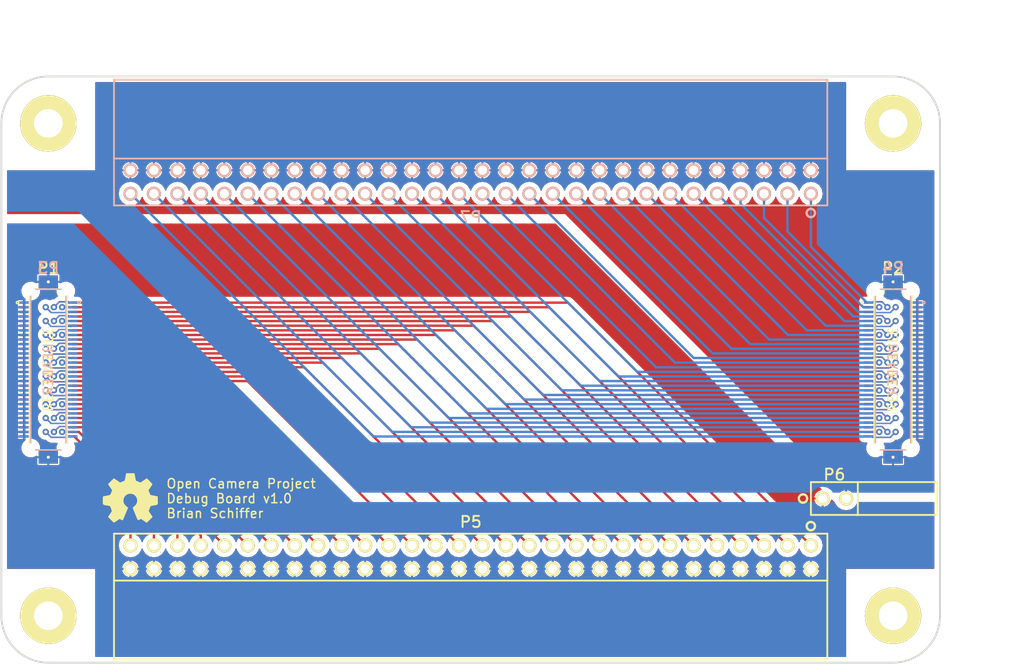
<source format=kicad_pcb>
(kicad_pcb (version 4) (host pcbnew "(2015-04-19 BZR 5613)-product")
  (title_block (title "Debug Board") (date "Monday, June 08, 2015") (rev 1.0) (company "Open Camera Project") (comment 1 "Author: Brian Schiffer"))
  (layers (0 F.Cu signal hide) (1 F_inner.Cu signal hide) (2 B_inner.Cu signal hide) (31 B.Cu signal hide) (34 B.Paste user hide) (35 F.Paste user hide) (36 B.SilkS user) (37 F.SilkS user) (38 B.Mask user) (39 F.Mask user) (44 Edge.Cuts user))
  (net 0 "")
  (net 1 GNDD)
  (net 2 /connectors/L1)
  (net 3 /connectors/L2)
  (net 4 /connectors/L3)
  (net 5 /connectors/L4)
  (net 6 /connectors/L5)
  (net 7 /connectors/L6)
  (net 8 /connectors/L7)
  (net 9 /connectors/L8)
  (net 10 /connectors/L9)
  (net 11 /connectors/L10)
  (net 12 /connectors/L11)
  (net 13 /connectors/L12)
  (net 14 /connectors/L13)
  (net 15 /connectors/L14)
  (net 16 /connectors/L15)
  (net 17 /connectors/L16)
  (net 18 /connectors/L17)
  (net 19 /connectors/L18)
  (net 20 /connectors/L19)
  (net 21 /connectors/L20)
  (net 22 /connectors/L21)
  (net 23 /connectors/L22)
  (net 24 /connectors/L23)
  (net 25 /connectors/L24)
  (net 26 /connectors/L25)
  (net 27 /connectors/L26)
  (net 28 /connectors/L27)
  (net 29 /connectors/L28)
  (net 30 /connectors/L29)
  (net 31 /connectors/L30)
  (net 32 GNDA)
  (net 33 /connectors/R1)
  (net 34 /connectors/R2)
  (net 35 /connectors/R3)
  (net 36 /connectors/R4)
  (net 37 /connectors/R5)
  (net 38 /connectors/R6)
  (net 39 /connectors/R7)
  (net 40 /connectors/R8)
  (net 41 /connectors/R9)
  (net 42 /connectors/R10)
  (net 43 /connectors/R11)
  (net 44 /connectors/R12)
  (net 45 /connectors/R13)
  (net 46 /connectors/R14)
  (net 47 /connectors/R15)
  (net 48 /connectors/R16)
  (net 49 /connectors/R17)
  (net 50 /connectors/R18)
  (net 51 /connectors/R19)
  (net 52 /connectors/R20)
  (net 53 /connectors/R21)
  (net 54 /connectors/R22)
  (net 55 /connectors/R23)
  (net 56 /connectors/R24)
  (net 57 /connectors/R25)
  (net 58 /connectors/R26)
  (net 59 /connectors/R27)
  (net 60 /connectors/R28)
  (net 61 /connectors/R29)
  (net 62 /connectors/R30)
  (module OpenCamera:oshw_logo (layer F.Cu) (at 102.87 121.92)
    (fp_text reference "" hide)
    (fp_text value "" hide)
  )
  (module OpenCamera:MOUNTING_HOLE (layer F.Cu) (at 94.615 134.874)
    (fp_text reference "" hide)
    (fp_text value "" hide)
    (pad 1 thru_hole oval (at -0.635 -0.254) (size 6.1 6.1) (drill 3.1) (layers *.Cu *.Mask F.SilkS))
  )
  (module OpenCamera:MOUNTING_HOLE (layer F.Cu) (at 95.631 83.439)
    (fp_text reference "" hide)
    (fp_text value "" hide)
    (pad 1 thru_hole oval (at -1.651 -2.159) (size 6.1 6.1) (drill 3.1) (layers *.Cu *.Mask F.SilkS))
  )
  (module OpenCamera:MOUNTING_HOLE (layer F.Cu) (at 184.531 82.169)
    (fp_text reference "" hide)
    (fp_text value "" hide)
    (pad 1 thru_hole oval (at 0.889 -0.889) (size 6.1 6.1) (drill 3.1) (layers *.Cu *.Mask F.SilkS))
  )
  (module OpenCamera:MOUNTING_HOLE (layer F.Cu) (at 183.007 133.604)
    (fp_text reference "" hide)
    (fp_text value "" hide)
    (pad 1 thru_hole oval (at 2.413 1.016) (size 6.1 6.1) (drill 3.1) (layers *.Cu *.Mask F.SilkS))
  )
  (module OpenCamera:CONN60_RIGHT_ANGLE (layer F.Cu) (at 139.7 128.27 270)
    (fp_text reference P5 (at -3.81 -0.01 360) (layer F.SilkS) (effects (font (size 1.2 1.2) (thickness 0.2))))
    (fp_text value CONN_02X30 hide)
    (pad 1 thru_hole oval (at -1.27 -36.83 270) (size 1.524 1.524) (drill 1.016) (layers *.Cu *.Mask F.SilkS) (net 2 /connectors/L1))
    (pad 3 thru_hole oval (at -1.27 -34.29 270) (size 1.524 1.524) (drill 1.016) (layers *.Cu *.Mask F.SilkS) (net 3 /connectors/L2))
    (pad 5 thru_hole oval (at -1.27 -31.75 270) (size 1.524 1.524) (drill 1.016) (layers *.Cu *.Mask F.SilkS) (net 4 /connectors/L3))
    (pad 7 thru_hole oval (at -1.27 -29.21 270) (size 1.524 1.524) (drill 1.016) (layers *.Cu *.Mask F.SilkS) (net 5 /connectors/L4))
    (pad 9 thru_hole oval (at -1.27 -26.67 270) (size 1.524 1.524) (drill 1.016) (layers *.Cu *.Mask F.SilkS) (net 6 /connectors/L5))
    (pad 11 thru_hole oval (at -1.27 -24.13 270) (size 1.524 1.524) (drill 1.016) (layers *.Cu *.Mask F.SilkS) (net 7 /connectors/L6))
    (pad 13 thru_hole oval (at -1.27 -21.59 270) (size 1.524 1.524) (drill 1.016) (layers *.Cu *.Mask F.SilkS) (net 8 /connectors/L7))
    (pad 15 thru_hole oval (at -1.27 -19.05 270) (size 1.524 1.524) (drill 1.016) (layers *.Cu *.Mask F.SilkS) (net 9 /connectors/L8))
    (pad 17 thru_hole oval (at -1.27 -16.51 270) (size 1.524 1.524) (drill 1.016) (layers *.Cu *.Mask F.SilkS) (net 10 /connectors/L9))
    (pad 19 thru_hole oval (at -1.27 -13.97 270) (size 1.524 1.524) (drill 1.016) (layers *.Cu *.Mask F.SilkS) (net 11 /connectors/L10))
    (pad 21 thru_hole oval (at -1.27 -11.43 270) (size 1.524 1.524) (drill 1.016) (layers *.Cu *.Mask F.SilkS) (net 12 /connectors/L11))
    (pad 23 thru_hole oval (at -1.27 -8.89 270) (size 1.524 1.524) (drill 1.016) (layers *.Cu *.Mask F.SilkS) (net 13 /connectors/L12))
    (pad 25 thru_hole oval (at -1.27 -6.35 270) (size 1.524 1.524) (drill 1.016) (layers *.Cu *.Mask F.SilkS) (net 14 /connectors/L13))
    (pad 27 thru_hole oval (at -1.27 -3.81 270) (size 1.524 1.524) (drill 1.016) (layers *.Cu *.Mask F.SilkS) (net 15 /connectors/L14))
    (pad 29 thru_hole oval (at -1.27 -1.27 270) (size 1.524 1.524) (drill 1.016) (layers *.Cu *.Mask F.SilkS) (net 16 /connectors/L15))
    (pad 31 thru_hole oval (at -1.27 1.27 270) (size 1.524 1.524) (drill 1.016) (layers *.Cu *.Mask F.SilkS) (net 17 /connectors/L16))
    (pad 33 thru_hole oval (at -1.27 3.81 270) (size 1.524 1.524) (drill 1.016) (layers *.Cu *.Mask F.SilkS) (net 18 /connectors/L17))
    (pad 35 thru_hole oval (at -1.27 6.35 270) (size 1.524 1.524) (drill 1.016) (layers *.Cu *.Mask F.SilkS) (net 19 /connectors/L18))
    (pad 37 thru_hole oval (at -1.27 8.89 270) (size 1.524 1.524) (drill 1.016) (layers *.Cu *.Mask F.SilkS) (net 20 /connectors/L19))
    (pad 39 thru_hole oval (at -1.27 11.43 270) (size 1.524 1.524) (drill 1.016) (layers *.Cu *.Mask F.SilkS) (net 21 /connectors/L20))
    (pad 41 thru_hole oval (at -1.27 13.97 270) (size 1.524 1.524) (drill 1.016) (layers *.Cu *.Mask F.SilkS) (net 22 /connectors/L21))
    (pad 43 thru_hole oval (at -1.27 16.51 270) (size 1.524 1.524) (drill 1.016) (layers *.Cu *.Mask F.SilkS) (net 23 /connectors/L22))
    (pad 45 thru_hole oval (at -1.27 19.05 270) (size 1.524 1.524) (drill 1.016) (layers *.Cu *.Mask F.SilkS) (net 24 /connectors/L23))
    (pad 47 thru_hole oval (at -1.27 21.59 270) (size 1.524 1.524) (drill 1.016) (layers *.Cu *.Mask F.SilkS) (net 25 /connectors/L24))
    (pad 49 thru_hole oval (at -1.27 24.13 270) (size 1.524 1.524) (drill 1.016) (layers *.Cu *.Mask F.SilkS) (net 26 /connectors/L25))
    (pad 51 thru_hole oval (at -1.27 26.67 270) (size 1.524 1.524) (drill 1.016) (layers *.Cu *.Mask F.SilkS) (net 27 /connectors/L26))
    (pad 53 thru_hole oval (at -1.27 29.21 270) (size 1.524 1.524) (drill 1.016) (layers *.Cu *.Mask F.SilkS) (net 28 /connectors/L27))
    (pad 55 thru_hole oval (at -1.27 31.75 270) (size 1.524 1.524) (drill 1.016) (layers *.Cu *.Mask F.SilkS) (net 29 /connectors/L28))
    (pad 57 thru_hole oval (at -1.27 34.29 270) (size 1.524 1.524) (drill 1.016) (layers *.Cu *.Mask F.SilkS) (net 30 /connectors/L29))
    (pad 59 thru_hole oval (at -1.27 36.83 270) (size 1.524 1.524) (drill 1.016) (layers *.Cu *.Mask F.SilkS) (net 31 /connectors/L30))
    (pad 2 thru_hole oval (at 1.27 -36.83 270) (size 1.524 1.524) (drill 1.016) (layers *.Cu *.Mask F.SilkS) (net 1 GNDD))
    (pad 4 thru_hole oval (at 1.27 -34.29 270) (size 1.524 1.524) (drill 1.016) (layers *.Cu *.Mask F.SilkS) (net 1 GNDD))
    (pad 6 thru_hole oval (at 1.27 -31.75 270) (size 1.524 1.524) (drill 1.016) (layers *.Cu *.Mask F.SilkS) (net 1 GNDD))
    (pad 8 thru_hole oval (at 1.27 -29.21 270) (size 1.524 1.524) (drill 1.016) (layers *.Cu *.Mask F.SilkS) (net 1 GNDD))
    (pad 10 thru_hole oval (at 1.27 -26.67 270) (size 1.524 1.524) (drill 1.016) (layers *.Cu *.Mask F.SilkS) (net 1 GNDD))
    (pad 12 thru_hole oval (at 1.27 -24.13 270) (size 1.524 1.524) (drill 1.016) (layers *.Cu *.Mask F.SilkS) (net 1 GNDD))
    (pad 14 thru_hole oval (at 1.27 -21.59 270) (size 1.524 1.524) (drill 1.016) (layers *.Cu *.Mask F.SilkS) (net 1 GNDD))
    (pad 16 thru_hole oval (at 1.27 -19.05 270) (size 1.524 1.524) (drill 1.016) (layers *.Cu *.Mask F.SilkS) (net 1 GNDD))
    (pad 18 thru_hole oval (at 1.27 -16.51 270) (size 1.524 1.524) (drill 1.016) (layers *.Cu *.Mask F.SilkS) (net 1 GNDD))
    (pad 20 thru_hole oval (at 1.27 -13.97 270) (size 1.524 1.524) (drill 1.016) (layers *.Cu *.Mask F.SilkS) (net 1 GNDD))
    (pad 22 thru_hole oval (at 1.27 -11.43 270) (size 1.524 1.524) (drill 1.016) (layers *.Cu *.Mask F.SilkS) (net 1 GNDD))
    (pad 24 thru_hole oval (at 1.27 -8.89 270) (size 1.524 1.524) (drill 1.016) (layers *.Cu *.Mask F.SilkS) (net 1 GNDD))
    (pad 26 thru_hole oval (at 1.27 -6.35 270) (size 1.524 1.524) (drill 1.016) (layers *.Cu *.Mask F.SilkS) (net 1 GNDD))
    (pad 28 thru_hole oval (at 1.27 -3.81 270) (size 1.524 1.524) (drill 1.016) (layers *.Cu *.Mask F.SilkS) (net 1 GNDD))
    (pad 30 thru_hole oval (at 1.27 -1.27 270) (size 1.524 1.524) (drill 1.016) (layers *.Cu *.Mask F.SilkS) (net 1 GNDD))
    (pad 32 thru_hole oval (at 1.27 1.27 270) (size 1.524 1.524) (drill 1.016) (layers *.Cu *.Mask F.SilkS) (net 1 GNDD))
    (pad 34 thru_hole oval (at 1.27 3.81 270) (size 1.524 1.524) (drill 1.016) (layers *.Cu *.Mask F.SilkS) (net 1 GNDD))
    (pad 36 thru_hole oval (at 1.27 6.35 270) (size 1.524 1.524) (drill 1.016) (layers *.Cu *.Mask F.SilkS) (net 1 GNDD))
    (pad 38 thru_hole oval (at 1.27 8.89 270) (size 1.524 1.524) (drill 1.016) (layers *.Cu *.Mask F.SilkS) (net 1 GNDD))
    (pad 40 thru_hole oval (at 1.27 11.43 270) (size 1.524 1.524) (drill 1.016) (layers *.Cu *.Mask F.SilkS) (net 1 GNDD))
    (pad 42 thru_hole oval (at 1.27 13.97 270) (size 1.524 1.524) (drill 1.016) (layers *.Cu *.Mask F.SilkS) (net 1 GNDD))
    (pad 44 thru_hole oval (at 1.27 16.51 270) (size 1.524 1.524) (drill 1.016) (layers *.Cu *.Mask F.SilkS) (net 1 GNDD))
    (pad 46 thru_hole oval (at 1.27 19.05 270) (size 1.524 1.524) (drill 1.016) (layers *.Cu *.Mask F.SilkS) (net 1 GNDD))
    (pad 48 thru_hole oval (at 1.27 21.59 270) (size 1.524 1.524) (drill 1.016) (layers *.Cu *.Mask F.SilkS) (net 1 GNDD))
    (pad 50 thru_hole oval (at 1.27 24.13 270) (size 1.524 1.524) (drill 1.016) (layers *.Cu *.Mask F.SilkS) (net 1 GNDD))
    (pad 52 thru_hole oval (at 1.27 26.67 270) (size 1.524 1.524) (drill 1.016) (layers *.Cu *.Mask F.SilkS) (net 1 GNDD))
    (pad 54 thru_hole oval (at 1.27 29.21 270) (size 1.524 1.524) (drill 1.016) (layers *.Cu *.Mask F.SilkS) (net 1 GNDD))
    (pad 56 thru_hole oval (at 1.27 31.75 270) (size 1.524 1.524) (drill 1.016) (layers *.Cu *.Mask F.SilkS) (net 1 GNDD))
    (pad 58 thru_hole oval (at 1.27 34.29 270) (size 1.524 1.524) (drill 1.016) (layers *.Cu *.Mask F.SilkS) (net 1 GNDD))
    (pad 60 thru_hole oval (at 1.27 36.83 270) (size 1.524 1.524) (drill 1.016) (layers *.Cu *.Mask F.SilkS) (net 1 GNDD))
  )
  (module OpenCamera:CONN2_RIGHT_ANGLE (layer F.Cu) (at 179.07 121.92)
    (fp_text reference P6 (at 0 -2.5908) (layer F.SilkS) (effects (font (size 1.2 1.2) (thickness 0.2))))
    (fp_text value CONN_02X01 hide)
    (pad 1 thru_hole oval (at -1.27 0) (size 1.524 1.524) (drill 1.016) (layers *.Cu *.Mask F.SilkS) (net 1 GNDD))
    (pad 2 thru_hole oval (at 1.27 0) (size 1.524 1.524) (drill 1.016) (layers *.Cu *.Mask F.SilkS) (net 32 GNDA))
  )
  (module OpenCamera:CONN60_RIGHT_ANGLE (layer B.Cu) (at 139.7 87.63 90)
    (fp_text reference P7 (at -3.81 0.01 360) (layer B.SilkS) (effects (font (size 1.2 1.2) (thickness 0.2)) (justify mirror)))
    (fp_text value CONN_02X30 hide)
    (pad 1 thru_hole oval (at -1.27 36.83 90) (size 1.524 1.524) (drill 1.016) (layers *.Cu *.Mask B.SilkS) (net 33 /connectors/R1))
    (pad 3 thru_hole oval (at -1.27 34.29 90) (size 1.524 1.524) (drill 1.016) (layers *.Cu *.Mask B.SilkS) (net 34 /connectors/R2))
    (pad 5 thru_hole oval (at -1.27 31.75 90) (size 1.524 1.524) (drill 1.016) (layers *.Cu *.Mask B.SilkS) (net 35 /connectors/R3))
    (pad 7 thru_hole oval (at -1.27 29.21 90) (size 1.524 1.524) (drill 1.016) (layers *.Cu *.Mask B.SilkS) (net 36 /connectors/R4))
    (pad 9 thru_hole oval (at -1.27 26.67 90) (size 1.524 1.524) (drill 1.016) (layers *.Cu *.Mask B.SilkS) (net 37 /connectors/R5))
    (pad 11 thru_hole oval (at -1.27 24.13 90) (size 1.524 1.524) (drill 1.016) (layers *.Cu *.Mask B.SilkS) (net 38 /connectors/R6))
    (pad 13 thru_hole oval (at -1.27 21.59 90) (size 1.524 1.524) (drill 1.016) (layers *.Cu *.Mask B.SilkS) (net 39 /connectors/R7))
    (pad 15 thru_hole oval (at -1.27 19.05 90) (size 1.524 1.524) (drill 1.016) (layers *.Cu *.Mask B.SilkS) (net 40 /connectors/R8))
    (pad 17 thru_hole oval (at -1.27 16.51 90) (size 1.524 1.524) (drill 1.016) (layers *.Cu *.Mask B.SilkS) (net 41 /connectors/R9))
    (pad 19 thru_hole oval (at -1.27 13.97 90) (size 1.524 1.524) (drill 1.016) (layers *.Cu *.Mask B.SilkS) (net 42 /connectors/R10))
    (pad 21 thru_hole oval (at -1.27 11.43 90) (size 1.524 1.524) (drill 1.016) (layers *.Cu *.Mask B.SilkS) (net 43 /connectors/R11))
    (pad 23 thru_hole oval (at -1.27 8.89 90) (size 1.524 1.524) (drill 1.016) (layers *.Cu *.Mask B.SilkS) (net 44 /connectors/R12))
    (pad 25 thru_hole oval (at -1.27 6.35 90) (size 1.524 1.524) (drill 1.016) (layers *.Cu *.Mask B.SilkS) (net 45 /connectors/R13))
    (pad 27 thru_hole oval (at -1.27 3.81 90) (size 1.524 1.524) (drill 1.016) (layers *.Cu *.Mask B.SilkS) (net 46 /connectors/R14))
    (pad 29 thru_hole oval (at -1.27 1.27 90) (size 1.524 1.524) (drill 1.016) (layers *.Cu *.Mask B.SilkS) (net 47 /connectors/R15))
    (pad 31 thru_hole oval (at -1.27 -1.27 90) (size 1.524 1.524) (drill 1.016) (layers *.Cu *.Mask B.SilkS) (net 48 /connectors/R16))
    (pad 33 thru_hole oval (at -1.27 -3.81 90) (size 1.524 1.524) (drill 1.016) (layers *.Cu *.Mask B.SilkS) (net 49 /connectors/R17))
    (pad 35 thru_hole oval (at -1.27 -6.35 90) (size 1.524 1.524) (drill 1.016) (layers *.Cu *.Mask B.SilkS) (net 50 /connectors/R18))
    (pad 37 thru_hole oval (at -1.27 -8.89 90) (size 1.524 1.524) (drill 1.016) (layers *.Cu *.Mask B.SilkS) (net 51 /connectors/R19))
    (pad 39 thru_hole oval (at -1.27 -11.43 90) (size 1.524 1.524) (drill 1.016) (layers *.Cu *.Mask B.SilkS) (net 52 /connectors/R20))
    (pad 41 thru_hole oval (at -1.27 -13.97 90) (size 1.524 1.524) (drill 1.016) (layers *.Cu *.Mask B.SilkS) (net 53 /connectors/R21))
    (pad 43 thru_hole oval (at -1.27 -16.51 90) (size 1.524 1.524) (drill 1.016) (layers *.Cu *.Mask B.SilkS) (net 54 /connectors/R22))
    (pad 45 thru_hole oval (at -1.27 -19.05 90) (size 1.524 1.524) (drill 1.016) (layers *.Cu *.Mask B.SilkS) (net 55 /connectors/R23))
    (pad 47 thru_hole oval (at -1.27 -21.59 90) (size 1.524 1.524) (drill 1.016) (layers *.Cu *.Mask B.SilkS) (net 56 /connectors/R24))
    (pad 49 thru_hole oval (at -1.27 -24.13 90) (size 1.524 1.524) (drill 1.016) (layers *.Cu *.Mask B.SilkS) (net 57 /connectors/R25))
    (pad 51 thru_hole oval (at -1.27 -26.67 90) (size 1.524 1.524) (drill 1.016) (layers *.Cu *.Mask B.SilkS) (net 58 /connectors/R26))
    (pad 53 thru_hole oval (at -1.27 -29.21 90) (size 1.524 1.524) (drill 1.016) (layers *.Cu *.Mask B.SilkS) (net 59 /connectors/R27))
    (pad 55 thru_hole oval (at -1.27 -31.75 90) (size 1.524 1.524) (drill 1.016) (layers *.Cu *.Mask B.SilkS) (net 60 /connectors/R28))
    (pad 57 thru_hole oval (at -1.27 -34.29 90) (size 1.524 1.524) (drill 1.016) (layers *.Cu *.Mask B.SilkS) (net 61 /connectors/R29))
    (pad 59 thru_hole oval (at -1.27 -36.83 90) (size 1.524 1.524) (drill 1.016) (layers *.Cu *.Mask B.SilkS) (net 62 /connectors/R30))
    (pad 2 thru_hole oval (at 1.27 36.83 90) (size 1.524 1.524) (drill 1.016) (layers *.Cu *.Mask B.SilkS) (net 32 GNDA))
    (pad 4 thru_hole oval (at 1.27 34.29 90) (size 1.524 1.524) (drill 1.016) (layers *.Cu *.Mask B.SilkS) (net 32 GNDA))
    (pad 6 thru_hole oval (at 1.27 31.75 90) (size 1.524 1.524) (drill 1.016) (layers *.Cu *.Mask B.SilkS) (net 32 GNDA))
    (pad 8 thru_hole oval (at 1.27 29.21 90) (size 1.524 1.524) (drill 1.016) (layers *.Cu *.Mask B.SilkS) (net 32 GNDA))
    (pad 10 thru_hole oval (at 1.27 26.67 90) (size 1.524 1.524) (drill 1.016) (layers *.Cu *.Mask B.SilkS) (net 32 GNDA))
    (pad 12 thru_hole oval (at 1.27 24.13 90) (size 1.524 1.524) (drill 1.016) (layers *.Cu *.Mask B.SilkS) (net 32 GNDA))
    (pad 14 thru_hole oval (at 1.27 21.59 90) (size 1.524 1.524) (drill 1.016) (layers *.Cu *.Mask B.SilkS) (net 32 GNDA))
    (pad 16 thru_hole oval (at 1.27 19.05 90) (size 1.524 1.524) (drill 1.016) (layers *.Cu *.Mask B.SilkS) (net 32 GNDA))
    (pad 18 thru_hole oval (at 1.27 16.51 90) (size 1.524 1.524) (drill 1.016) (layers *.Cu *.Mask B.SilkS) (net 32 GNDA))
    (pad 20 thru_hole oval (at 1.27 13.97 90) (size 1.524 1.524) (drill 1.016) (layers *.Cu *.Mask B.SilkS) (net 32 GNDA))
    (pad 22 thru_hole oval (at 1.27 11.43 90) (size 1.524 1.524) (drill 1.016) (layers *.Cu *.Mask B.SilkS) (net 32 GNDA))
    (pad 24 thru_hole oval (at 1.27 8.89 90) (size 1.524 1.524) (drill 1.016) (layers *.Cu *.Mask B.SilkS) (net 32 GNDA))
    (pad 26 thru_hole oval (at 1.27 6.35 90) (size 1.524 1.524) (drill 1.016) (layers *.Cu *.Mask B.SilkS) (net 32 GNDA))
    (pad 28 thru_hole oval (at 1.27 3.81 90) (size 1.524 1.524) (drill 1.016) (layers *.Cu *.Mask B.SilkS) (net 32 GNDA))
    (pad 30 thru_hole oval (at 1.27 1.27 90) (size 1.524 1.524) (drill 1.016) (layers *.Cu *.Mask B.SilkS) (net 32 GNDA))
    (pad 32 thru_hole oval (at 1.27 -1.27 90) (size 1.524 1.524) (drill 1.016) (layers *.Cu *.Mask B.SilkS) (net 32 GNDA))
    (pad 34 thru_hole oval (at 1.27 -3.81 90) (size 1.524 1.524) (drill 1.016) (layers *.Cu *.Mask B.SilkS) (net 32 GNDA))
    (pad 36 thru_hole oval (at 1.27 -6.35 90) (size 1.524 1.524) (drill 1.016) (layers *.Cu *.Mask B.SilkS) (net 32 GNDA))
    (pad 38 thru_hole oval (at 1.27 -8.89 90) (size 1.524 1.524) (drill 1.016) (layers *.Cu *.Mask B.SilkS) (net 32 GNDA))
    (pad 40 thru_hole oval (at 1.27 -11.43 90) (size 1.524 1.524) (drill 1.016) (layers *.Cu *.Mask B.SilkS) (net 32 GNDA))
    (pad 42 thru_hole oval (at 1.27 -13.97 90) (size 1.524 1.524) (drill 1.016) (layers *.Cu *.Mask B.SilkS) (net 32 GNDA))
    (pad 44 thru_hole oval (at 1.27 -16.51 90) (size 1.524 1.524) (drill 1.016) (layers *.Cu *.Mask B.SilkS) (net 32 GNDA))
    (pad 46 thru_hole oval (at 1.27 -19.05 90) (size 1.524 1.524) (drill 1.016) (layers *.Cu *.Mask B.SilkS) (net 32 GNDA))
    (pad 48 thru_hole oval (at 1.27 -21.59 90) (size 1.524 1.524) (drill 1.016) (layers *.Cu *.Mask B.SilkS) (net 32 GNDA))
    (pad 50 thru_hole oval (at 1.27 -24.13 90) (size 1.524 1.524) (drill 1.016) (layers *.Cu *.Mask B.SilkS) (net 32 GNDA))
    (pad 52 thru_hole oval (at 1.27 -26.67 90) (size 1.524 1.524) (drill 1.016) (layers *.Cu *.Mask B.SilkS) (net 32 GNDA))
    (pad 54 thru_hole oval (at 1.27 -29.21 90) (size 1.524 1.524) (drill 1.016) (layers *.Cu *.Mask B.SilkS) (net 32 GNDA))
    (pad 56 thru_hole oval (at 1.27 -31.75 90) (size 1.524 1.524) (drill 1.016) (layers *.Cu *.Mask B.SilkS) (net 32 GNDA))
    (pad 58 thru_hole oval (at 1.27 -34.29 90) (size 1.524 1.524) (drill 1.016) (layers *.Cu *.Mask B.SilkS) (net 32 GNDA))
    (pad 60 thru_hole oval (at 1.27 -36.83 90) (size 1.524 1.524) (drill 1.016) (layers *.Cu *.Mask B.SilkS) (net 32 GNDA))
  )
  (module OpenCamera:STITCH_VIA (layer F.Cu) (at 93.98 98.4504)
    (fp_text reference "" hide)
    (fp_text value "" hide)
    (pad "" thru_hole circle (at 0 0) (size 0.6858 0.6858) (drill 0.3302) (layers *.Cu) (net 1 GNDD))
  )
  (module OpenCamera:STITCH_VIA (layer F.Cu) (at 93.98 117.4496)
    (fp_text reference "" hide)
    (fp_text value "" hide)
    (pad "" thru_hole circle (at 0 0) (size 0.6858 0.6858) (drill 0.3302) (layers *.Cu) (net 1 GNDD))
  )
  (module OpenCamera:STITCH_VIA (layer F.Cu) (at 185.42 98.4504)
    (fp_text reference "" hide)
    (fp_text value "" hide)
    (pad "" thru_hole circle (at 0 0) (size 0.6858 0.6858) (drill 0.3302) (layers *.Cu) (net 32 GNDA))
  )
  (module OpenCamera:STITCH_VIA (layer F.Cu) (at 185.42 117.4496)
    (fp_text reference "" hide)
    (fp_text value "" hide)
    (pad "" thru_hole circle (at 0 0) (size 0.6858 0.6858) (drill 0.3302) (layers *.Cu) (net 32 GNDA))
  )
  (module OpenCamera:DF17_60_RECEPTACLE (layer F.Cu) (at 185.42 107.95)
    (fp_text reference P2 (at 0 -11) (layer F.SilkS) (effects (font (size 1.2 1.2) (thickness 0.2))))
    (fp_text value CONN_RIGHT_TOP hide)
    (fp_text user RECEPTACLE (at 0 0 90) (layer F.SilkS))
    (pad "" smd rect (at 0 9.5) (size 2.1 1.4) (layers F.Cu F.Paste F.Mask) (net 32 GNDA))
    (pad 1 smd rect (at -2.65 -7.25) (size 1 0.25) (layers F.Cu F.Paste F.Mask) (net 33 /connectors/R1))
    (pad 3 smd rect (at -2.65 -6.75) (size 1 0.25) (layers F.Cu F.Paste F.Mask) (net 34 /connectors/R2))
    (pad 5 smd rect (at -2.65 -6.25) (size 1 0.25) (layers F.Cu F.Paste F.Mask) (net 35 /connectors/R3))
    (pad 7 smd rect (at -2.65 -5.75) (size 1 0.25) (layers F.Cu F.Paste F.Mask) (net 36 /connectors/R4))
    (pad 9 smd rect (at -2.65 -5.25) (size 1 0.25) (layers F.Cu F.Paste F.Mask) (net 37 /connectors/R5))
    (pad 11 smd rect (at -2.65 -4.75) (size 1 0.25) (layers F.Cu F.Paste F.Mask) (net 38 /connectors/R6))
    (pad 13 smd rect (at -2.65 -4.25) (size 1 0.25) (layers F.Cu F.Paste F.Mask) (net 39 /connectors/R7))
    (pad 15 smd rect (at -2.65 -3.75) (size 1 0.25) (layers F.Cu F.Paste F.Mask) (net 40 /connectors/R8))
    (pad 17 smd rect (at -2.65 -3.25) (size 1 0.25) (layers F.Cu F.Paste F.Mask) (net 41 /connectors/R9))
    (pad 19 smd rect (at -2.65 -2.75) (size 1 0.25) (layers F.Cu F.Paste F.Mask) (net 42 /connectors/R10))
    (pad 21 smd rect (at -2.65 -2.25) (size 1 0.25) (layers F.Cu F.Paste F.Mask) (net 43 /connectors/R11))
    (pad 23 smd rect (at -2.65 -1.75) (size 1 0.25) (layers F.Cu F.Paste F.Mask) (net 44 /connectors/R12))
    (pad 25 smd rect (at -2.65 -1.25) (size 1 0.25) (layers F.Cu F.Paste F.Mask) (net 45 /connectors/R13))
    (pad 27 smd rect (at -2.65 -0.75) (size 1 0.25) (layers F.Cu F.Paste F.Mask) (net 46 /connectors/R14))
    (pad 29 smd rect (at -2.65 -0.25) (size 1 0.25) (layers F.Cu F.Paste F.Mask) (net 47 /connectors/R15))
    (pad 31 smd rect (at -2.65 0.25) (size 1 0.25) (layers F.Cu F.Paste F.Mask) (net 48 /connectors/R16))
    (pad 33 smd rect (at -2.65 0.75) (size 1 0.25) (layers F.Cu F.Paste F.Mask) (net 49 /connectors/R17))
    (pad 35 smd rect (at -2.65 1.25) (size 1 0.25) (layers F.Cu F.Paste F.Mask) (net 50 /connectors/R18))
    (pad 37 smd rect (at -2.65 1.75) (size 1 0.25) (layers F.Cu F.Paste F.Mask) (net 51 /connectors/R19))
    (pad 39 smd rect (at -2.65 2.25) (size 1 0.25) (layers F.Cu F.Paste F.Mask) (net 52 /connectors/R20))
    (pad 41 smd rect (at -2.65 2.75) (size 1 0.25) (layers F.Cu F.Paste F.Mask) (net 53 /connectors/R21))
    (pad 43 smd rect (at -2.65 3.25) (size 1 0.25) (layers F.Cu F.Paste F.Mask) (net 54 /connectors/R22))
    (pad 45 smd rect (at -2.65 3.75) (size 1 0.25) (layers F.Cu F.Paste F.Mask) (net 55 /connectors/R23))
    (pad 47 smd rect (at -2.65 4.25) (size 1 0.25) (layers F.Cu F.Paste F.Mask) (net 56 /connectors/R24))
    (pad 49 smd rect (at -2.65 4.75) (size 1 0.25) (layers F.Cu F.Paste F.Mask) (net 57 /connectors/R25))
    (pad 51 smd rect (at -2.65 5.25) (size 1 0.25) (layers F.Cu F.Paste F.Mask) (net 58 /connectors/R26))
    (pad 53 smd rect (at -2.65 5.75) (size 1 0.25) (layers F.Cu F.Paste F.Mask) (net 59 /connectors/R27))
    (pad 55 smd rect (at -2.65 6.25) (size 1 0.25) (layers F.Cu F.Paste F.Mask) (net 60 /connectors/R28))
    (pad 57 smd rect (at -2.65 6.75) (size 1 0.25) (layers F.Cu F.Paste F.Mask) (net 61 /connectors/R29))
    (pad 59 smd rect (at -2.65 7.25) (size 1 0.25) (layers F.Cu F.Paste F.Mask) (net 62 /connectors/R30))
    (pad 2 smd rect (at 2.65 -7.25) (size 1 0.25) (layers F.Cu F.Paste F.Mask) (net 32 GNDA))
    (pad 4 smd rect (at 2.65 -6.75) (size 1 0.25) (layers F.Cu F.Paste F.Mask) (net 32 GNDA))
    (pad 6 smd rect (at 2.65 -6.25) (size 1 0.25) (layers F.Cu F.Paste F.Mask) (net 32 GNDA))
    (pad 8 smd rect (at 2.65 -5.75) (size 1 0.25) (layers F.Cu F.Paste F.Mask) (net 32 GNDA))
    (pad 10 smd rect (at 2.65 -5.25) (size 1 0.25) (layers F.Cu F.Paste F.Mask) (net 32 GNDA))
    (pad 12 smd rect (at 2.65 -4.75) (size 1 0.25) (layers F.Cu F.Paste F.Mask) (net 32 GNDA))
    (pad 14 smd rect (at 2.65 -4.25) (size 1 0.25) (layers F.Cu F.Paste F.Mask) (net 32 GNDA))
    (pad 16 smd rect (at 2.65 -3.75) (size 1 0.25) (layers F.Cu F.Paste F.Mask) (net 32 GNDA))
    (pad 18 smd rect (at 2.65 -3.25) (size 1 0.25) (layers F.Cu F.Paste F.Mask) (net 32 GNDA))
    (pad 20 smd rect (at 2.65 -2.75) (size 1 0.25) (layers F.Cu F.Paste F.Mask) (net 32 GNDA))
    (pad 22 smd rect (at 2.65 -2.25) (size 1 0.25) (layers F.Cu F.Paste F.Mask) (net 32 GNDA))
    (pad 24 smd rect (at 2.65 -1.75) (size 1 0.25) (layers F.Cu F.Paste F.Mask) (net 32 GNDA))
    (pad 26 smd rect (at 2.65 -1.25) (size 1 0.25) (layers F.Cu F.Paste F.Mask) (net 32 GNDA))
    (pad 28 smd rect (at 2.65 -0.75) (size 1 0.25) (layers F.Cu F.Paste F.Mask) (net 32 GNDA))
    (pad 30 smd rect (at 2.65 -0.25) (size 1 0.25) (layers F.Cu F.Paste F.Mask) (net 32 GNDA))
    (pad 32 smd rect (at 2.65 0.25) (size 1 0.25) (layers F.Cu F.Paste F.Mask) (net 32 GNDA))
    (pad 34 smd rect (at 2.65 0.75) (size 1 0.25) (layers F.Cu F.Paste F.Mask) (net 32 GNDA))
    (pad 36 smd rect (at 2.65 1.25) (size 1 0.25) (layers F.Cu F.Paste F.Mask) (net 32 GNDA))
    (pad 38 smd rect (at 2.65 1.75) (size 1 0.25) (layers F.Cu F.Paste F.Mask) (net 32 GNDA))
    (pad 40 smd rect (at 2.65 2.25) (size 1 0.25) (layers F.Cu F.Paste F.Mask) (net 32 GNDA))
    (pad 42 smd rect (at 2.65 2.75) (size 1 0.25) (layers F.Cu F.Paste F.Mask) (net 32 GNDA))
    (pad 44 smd rect (at 2.65 3.25) (size 1 0.25) (layers F.Cu F.Paste F.Mask) (net 32 GNDA))
    (pad 46 smd rect (at 2.65 3.75) (size 1 0.25) (layers F.Cu F.Paste F.Mask) (net 32 GNDA))
    (pad 48 smd rect (at 2.65 4.25) (size 1 0.25) (layers F.Cu F.Paste F.Mask) (net 32 GNDA))
    (pad 50 smd rect (at 2.65 4.75) (size 1 0.25) (layers F.Cu F.Paste F.Mask) (net 32 GNDA))
    (pad 52 smd rect (at 2.65 5.25) (size 1 0.25) (layers F.Cu F.Paste F.Mask) (net 32 GNDA))
    (pad 54 smd rect (at 2.65 5.75) (size 1 0.25) (layers F.Cu F.Paste F.Mask) (net 32 GNDA))
    (pad 56 smd rect (at 2.65 6.25) (size 1 0.25) (layers F.Cu F.Paste F.Mask) (net 32 GNDA))
    (pad 58 smd rect (at 2.65 6.75) (size 1 0.25) (layers F.Cu F.Paste F.Mask) (net 32 GNDA))
    (pad 60 smd rect (at 2.65 7.25) (size 1 0.25) (layers F.Cu F.Paste F.Mask) (net 32 GNDA))
    (pad "" smd rect (at 0 -9.5) (size 2.1 1.4) (layers F.Cu F.Paste F.Mask) (net 32 GNDA))
    (pad "" np_thru_hole circle (at -1.9 -8.5) (size 1 1) (drill 1) (layers *.Cu *.Mask F.SilkS))
    (pad "" np_thru_hole circle (at -1.9 8.5) (size 1 1) (drill 1) (layers *.Cu *.Mask F.SilkS))
  )
  (module OpenCamera:DF17_60_RECEPTACLE (layer F.Cu) (at 93.98 107.95)
    (fp_text reference P1 (at 0 -11) (layer F.SilkS) (effects (font (size 1.2 1.2) (thickness 0.2))))
    (fp_text value CONN_LEFT_TOP hide)
    (fp_text user RECEPTACLE (at 0 0 90) (layer F.SilkS))
    (pad "" smd rect (at 0 9.5) (size 2.1 1.4) (layers F.Cu F.Paste F.Mask) (net 1 GNDD))
    (pad 1 smd rect (at -2.65 -7.25) (size 1 0.25) (layers F.Cu F.Paste F.Mask) (net 1 GNDD))
    (pad 3 smd rect (at -2.65 -6.75) (size 1 0.25) (layers F.Cu F.Paste F.Mask) (net 1 GNDD))
    (pad 5 smd rect (at -2.65 -6.25) (size 1 0.25) (layers F.Cu F.Paste F.Mask) (net 1 GNDD))
    (pad 7 smd rect (at -2.65 -5.75) (size 1 0.25) (layers F.Cu F.Paste F.Mask) (net 1 GNDD))
    (pad 9 smd rect (at -2.65 -5.25) (size 1 0.25) (layers F.Cu F.Paste F.Mask) (net 1 GNDD))
    (pad 11 smd rect (at -2.65 -4.75) (size 1 0.25) (layers F.Cu F.Paste F.Mask) (net 1 GNDD))
    (pad 13 smd rect (at -2.65 -4.25) (size 1 0.25) (layers F.Cu F.Paste F.Mask) (net 1 GNDD))
    (pad 15 smd rect (at -2.65 -3.75) (size 1 0.25) (layers F.Cu F.Paste F.Mask) (net 1 GNDD))
    (pad 17 smd rect (at -2.65 -3.25) (size 1 0.25) (layers F.Cu F.Paste F.Mask) (net 1 GNDD))
    (pad 19 smd rect (at -2.65 -2.75) (size 1 0.25) (layers F.Cu F.Paste F.Mask) (net 1 GNDD))
    (pad 21 smd rect (at -2.65 -2.25) (size 1 0.25) (layers F.Cu F.Paste F.Mask) (net 1 GNDD))
    (pad 23 smd rect (at -2.65 -1.75) (size 1 0.25) (layers F.Cu F.Paste F.Mask) (net 1 GNDD))
    (pad 25 smd rect (at -2.65 -1.25) (size 1 0.25) (layers F.Cu F.Paste F.Mask) (net 1 GNDD))
    (pad 27 smd rect (at -2.65 -0.75) (size 1 0.25) (layers F.Cu F.Paste F.Mask) (net 1 GNDD))
    (pad 29 smd rect (at -2.65 -0.25) (size 1 0.25) (layers F.Cu F.Paste F.Mask) (net 1 GNDD))
    (pad 31 smd rect (at -2.65 0.25) (size 1 0.25) (layers F.Cu F.Paste F.Mask) (net 1 GNDD))
    (pad 33 smd rect (at -2.65 0.75) (size 1 0.25) (layers F.Cu F.Paste F.Mask) (net 1 GNDD))
    (pad 35 smd rect (at -2.65 1.25) (size 1 0.25) (layers F.Cu F.Paste F.Mask) (net 1 GNDD))
    (pad 37 smd rect (at -2.65 1.75) (size 1 0.25) (layers F.Cu F.Paste F.Mask) (net 1 GNDD))
    (pad 39 smd rect (at -2.65 2.25) (size 1 0.25) (layers F.Cu F.Paste F.Mask) (net 1 GNDD))
    (pad 41 smd rect (at -2.65 2.75) (size 1 0.25) (layers F.Cu F.Paste F.Mask) (net 1 GNDD))
    (pad 43 smd rect (at -2.65 3.25) (size 1 0.25) (layers F.Cu F.Paste F.Mask) (net 1 GNDD))
    (pad 45 smd rect (at -2.65 3.75) (size 1 0.25) (layers F.Cu F.Paste F.Mask) (net 1 GNDD))
    (pad 47 smd rect (at -2.65 4.25) (size 1 0.25) (layers F.Cu F.Paste F.Mask) (net 1 GNDD))
    (pad 49 smd rect (at -2.65 4.75) (size 1 0.25) (layers F.Cu F.Paste F.Mask) (net 1 GNDD))
    (pad 51 smd rect (at -2.65 5.25) (size 1 0.25) (layers F.Cu F.Paste F.Mask) (net 1 GNDD))
    (pad 53 smd rect (at -2.65 5.75) (size 1 0.25) (layers F.Cu F.Paste F.Mask) (net 1 GNDD))
    (pad 55 smd rect (at -2.65 6.25) (size 1 0.25) (layers F.Cu F.Paste F.Mask) (net 1 GNDD))
    (pad 57 smd rect (at -2.65 6.75) (size 1 0.25) (layers F.Cu F.Paste F.Mask) (net 1 GNDD))
    (pad 59 smd rect (at -2.65 7.25) (size 1 0.25) (layers F.Cu F.Paste F.Mask) (net 1 GNDD))
    (pad 2 smd rect (at 2.65 -7.25) (size 1 0.25) (layers F.Cu F.Paste F.Mask) (net 2 /connectors/L1))
    (pad 4 smd rect (at 2.65 -6.75) (size 1 0.25) (layers F.Cu F.Paste F.Mask) (net 3 /connectors/L2))
    (pad 6 smd rect (at 2.65 -6.25) (size 1 0.25) (layers F.Cu F.Paste F.Mask) (net 4 /connectors/L3))
    (pad 8 smd rect (at 2.65 -5.75) (size 1 0.25) (layers F.Cu F.Paste F.Mask) (net 5 /connectors/L4))
    (pad 10 smd rect (at 2.65 -5.25) (size 1 0.25) (layers F.Cu F.Paste F.Mask) (net 6 /connectors/L5))
    (pad 12 smd rect (at 2.65 -4.75) (size 1 0.25) (layers F.Cu F.Paste F.Mask) (net 7 /connectors/L6))
    (pad 14 smd rect (at 2.65 -4.25) (size 1 0.25) (layers F.Cu F.Paste F.Mask) (net 8 /connectors/L7))
    (pad 16 smd rect (at 2.65 -3.75) (size 1 0.25) (layers F.Cu F.Paste F.Mask) (net 9 /connectors/L8))
    (pad 18 smd rect (at 2.65 -3.25) (size 1 0.25) (layers F.Cu F.Paste F.Mask) (net 10 /connectors/L9))
    (pad 20 smd rect (at 2.65 -2.75) (size 1 0.25) (layers F.Cu F.Paste F.Mask) (net 11 /connectors/L10))
    (pad 22 smd rect (at 2.65 -2.25) (size 1 0.25) (layers F.Cu F.Paste F.Mask) (net 12 /connectors/L11))
    (pad 24 smd rect (at 2.65 -1.75) (size 1 0.25) (layers F.Cu F.Paste F.Mask) (net 13 /connectors/L12))
    (pad 26 smd rect (at 2.65 -1.25) (size 1 0.25) (layers F.Cu F.Paste F.Mask) (net 14 /connectors/L13))
    (pad 28 smd rect (at 2.65 -0.75) (size 1 0.25) (layers F.Cu F.Paste F.Mask) (net 15 /connectors/L14))
    (pad 30 smd rect (at 2.65 -0.25) (size 1 0.25) (layers F.Cu F.Paste F.Mask) (net 16 /connectors/L15))
    (pad 32 smd rect (at 2.65 0.25) (size 1 0.25) (layers F.Cu F.Paste F.Mask) (net 17 /connectors/L16))
    (pad 34 smd rect (at 2.65 0.75) (size 1 0.25) (layers F.Cu F.Paste F.Mask) (net 18 /connectors/L17))
    (pad 36 smd rect (at 2.65 1.25) (size 1 0.25) (layers F.Cu F.Paste F.Mask) (net 19 /connectors/L18))
    (pad 38 smd rect (at 2.65 1.75) (size 1 0.25) (layers F.Cu F.Paste F.Mask) (net 20 /connectors/L19))
    (pad 40 smd rect (at 2.65 2.25) (size 1 0.25) (layers F.Cu F.Paste F.Mask) (net 21 /connectors/L20))
    (pad 42 smd rect (at 2.65 2.75) (size 1 0.25) (layers F.Cu F.Paste F.Mask) (net 22 /connectors/L21))
    (pad 44 smd rect (at 2.65 3.25) (size 1 0.25) (layers F.Cu F.Paste F.Mask) (net 23 /connectors/L22))
    (pad 46 smd rect (at 2.65 3.75) (size 1 0.25) (layers F.Cu F.Paste F.Mask) (net 24 /connectors/L23))
    (pad 48 smd rect (at 2.65 4.25) (size 1 0.25) (layers F.Cu F.Paste F.Mask) (net 25 /connectors/L24))
    (pad 50 smd rect (at 2.65 4.75) (size 1 0.25) (layers F.Cu F.Paste F.Mask) (net 26 /connectors/L25))
    (pad 52 smd rect (at 2.65 5.25) (size 1 0.25) (layers F.Cu F.Paste F.Mask) (net 27 /connectors/L26))
    (pad 54 smd rect (at 2.65 5.75) (size 1 0.25) (layers F.Cu F.Paste F.Mask) (net 28 /connectors/L27))
    (pad 56 smd rect (at 2.65 6.25) (size 1 0.25) (layers F.Cu F.Paste F.Mask) (net 29 /connectors/L28))
    (pad 58 smd rect (at 2.65 6.75) (size 1 0.25) (layers F.Cu F.Paste F.Mask) (net 30 /connectors/L29))
    (pad 60 smd rect (at 2.65 7.25) (size 1 0.25) (layers F.Cu F.Paste F.Mask) (net 31 /connectors/L30))
    (pad "" smd rect (at 0 -9.5) (size 2.1 1.4) (layers F.Cu F.Paste F.Mask) (net 1 GNDD))
    (pad "" np_thru_hole circle (at -1.9 -8.5) (size 1 1) (drill 1) (layers *.Cu *.Mask F.SilkS))
    (pad "" np_thru_hole circle (at -1.9 8.5) (size 1 1) (drill 1) (layers *.Cu *.Mask F.SilkS))
  )
  (module OpenCamera:DF17_60_HEADER (layer B.Cu) (at 93.98 107.95 180)
    (fp_text reference P3 (at 0 11 180) (layer B.SilkS) (effects (font (size 1.2 1.2) (thickness 0.2)) (justify mirror)))
    (fp_text value CONN_LEFT_BOTTOM hide)
    (fp_text user HEADER (at 0 0 450) (layer B.SilkS) (effects (justify mirror)))
    (pad "" np_thru_hole circle (at -1.9 8.5 180) (size 1 1) (drill 1) (layers *.Cu *.Mask B.SilkS))
    (pad "" smd rect (at 0 -9.5 180) (size 2.1 1.4) (layers B.Cu B.Paste B.Mask) (net 1 GNDD))
    (pad 1 smd rect (at -2.575 7.25 180) (size 1.15 0.25) (layers B.Cu B.Paste B.Mask) (net 2 /connectors/L1))
    (pad 3 smd rect (at -2.575 6.75 180) (size 1.15 0.25) (layers B.Cu B.Paste B.Mask) (net 3 /connectors/L2))
    (pad 5 smd rect (at -2.575 6.25 180) (size 1.15 0.25) (layers B.Cu B.Paste B.Mask) (net 4 /connectors/L3))
    (pad 7 smd rect (at -2.575 5.75 180) (size 1.15 0.25) (layers B.Cu B.Paste B.Mask) (net 5 /connectors/L4))
    (pad 9 smd rect (at -2.575 5.25 180) (size 1.15 0.25) (layers B.Cu B.Paste B.Mask) (net 6 /connectors/L5))
    (pad 11 smd rect (at -2.575 4.75 180) (size 1.15 0.25) (layers B.Cu B.Paste B.Mask) (net 7 /connectors/L6))
    (pad 13 smd rect (at -2.575 4.25 180) (size 1.15 0.25) (layers B.Cu B.Paste B.Mask) (net 8 /connectors/L7))
    (pad 15 smd rect (at -2.575 3.75 180) (size 1.15 0.25) (layers B.Cu B.Paste B.Mask) (net 9 /connectors/L8))
    (pad 17 smd rect (at -2.575 3.25 180) (size 1.15 0.25) (layers B.Cu B.Paste B.Mask) (net 10 /connectors/L9))
    (pad 19 smd rect (at -2.575 2.75 180) (size 1.15 0.25) (layers B.Cu B.Paste B.Mask) (net 11 /connectors/L10))
    (pad 21 smd rect (at -2.575 2.25 180) (size 1.15 0.25) (layers B.Cu B.Paste B.Mask) (net 12 /connectors/L11))
    (pad 23 smd rect (at -2.575 1.75 180) (size 1.15 0.25) (layers B.Cu B.Paste B.Mask) (net 13 /connectors/L12))
    (pad 25 smd rect (at -2.575 1.25 180) (size 1.15 0.25) (layers B.Cu B.Paste B.Mask) (net 14 /connectors/L13))
    (pad 27 smd rect (at -2.575 0.75 180) (size 1.15 0.25) (layers B.Cu B.Paste B.Mask) (net 15 /connectors/L14))
    (pad 29 smd rect (at -2.575 0.25 180) (size 1.15 0.25) (layers B.Cu B.Paste B.Mask) (net 16 /connectors/L15))
    (pad 31 smd rect (at -2.575 -0.25 180) (size 1.15 0.25) (layers B.Cu B.Paste B.Mask) (net 17 /connectors/L16))
    (pad 33 smd rect (at -2.575 -0.75 180) (size 1.15 0.25) (layers B.Cu B.Paste B.Mask) (net 18 /connectors/L17))
    (pad 35 smd rect (at -2.575 -1.25 180) (size 1.15 0.25) (layers B.Cu B.Paste B.Mask) (net 19 /connectors/L18))
    (pad 37 smd rect (at -2.575 -1.75 180) (size 1.15 0.25) (layers B.Cu B.Paste B.Mask) (net 20 /connectors/L19))
    (pad 39 smd rect (at -2.575 -2.25 180) (size 1.15 0.25) (layers B.Cu B.Paste B.Mask) (net 21 /connectors/L20))
    (pad 41 smd rect (at -2.575 -2.75 180) (size 1.15 0.25) (layers B.Cu B.Paste B.Mask) (net 22 /connectors/L21))
    (pad 43 smd rect (at -2.575 -3.25 180) (size 1.15 0.25) (layers B.Cu B.Paste B.Mask) (net 23 /connectors/L22))
    (pad 45 smd rect (at -2.575 -3.75 180) (size 1.15 0.25) (layers B.Cu B.Paste B.Mask) (net 24 /connectors/L23))
    (pad 47 smd rect (at -2.575 -4.25 180) (size 1.15 0.25) (layers B.Cu B.Paste B.Mask) (net 25 /connectors/L24))
    (pad 49 smd rect (at -2.575 -4.75 180) (size 1.15 0.25) (layers B.Cu B.Paste B.Mask) (net 26 /connectors/L25))
    (pad 51 smd rect (at -2.575 -5.25 180) (size 1.15 0.25) (layers B.Cu B.Paste B.Mask) (net 27 /connectors/L26))
    (pad 53 smd rect (at -2.575 -5.75 180) (size 1.15 0.25) (layers B.Cu B.Paste B.Mask) (net 28 /connectors/L27))
    (pad 55 smd rect (at -2.575 -6.25 180) (size 1.15 0.25) (layers B.Cu B.Paste B.Mask) (net 29 /connectors/L28))
    (pad 57 smd rect (at -2.575 -6.75 180) (size 1.15 0.25) (layers B.Cu B.Paste B.Mask) (net 30 /connectors/L29))
    (pad 59 smd rect (at -2.575 -7.25 180) (size 1.15 0.25) (layers B.Cu B.Paste B.Mask) (net 31 /connectors/L30))
    (pad 2 smd rect (at 2.575 7.25 180) (size 1.15 0.25) (layers B.Cu B.Paste B.Mask) (net 1 GNDD))
    (pad 4 smd rect (at 2.575 6.75 180) (size 1.15 0.25) (layers B.Cu B.Paste B.Mask) (net 1 GNDD))
    (pad 6 smd rect (at 2.575 6.25 180) (size 1.15 0.25) (layers B.Cu B.Paste B.Mask) (net 1 GNDD))
    (pad 8 smd rect (at 2.575 5.75 180) (size 1.15 0.25) (layers B.Cu B.Paste B.Mask) (net 1 GNDD))
    (pad 10 smd rect (at 2.575 5.25 180) (size 1.15 0.25) (layers B.Cu B.Paste B.Mask) (net 1 GNDD))
    (pad 12 smd rect (at 2.575 4.75 180) (size 1.15 0.25) (layers B.Cu B.Paste B.Mask) (net 1 GNDD))
    (pad 14 smd rect (at 2.575 4.25 180) (size 1.15 0.25) (layers B.Cu B.Paste B.Mask) (net 1 GNDD))
    (pad 16 smd rect (at 2.575 3.75 180) (size 1.15 0.25) (layers B.Cu B.Paste B.Mask) (net 1 GNDD))
    (pad 18 smd rect (at 2.575 3.25 180) (size 1.15 0.25) (layers B.Cu B.Paste B.Mask) (net 1 GNDD))
    (pad 20 smd rect (at 2.575 2.75 180) (size 1.15 0.25) (layers B.Cu B.Paste B.Mask) (net 1 GNDD))
    (pad 22 smd rect (at 2.575 2.25 180) (size 1.15 0.25) (layers B.Cu B.Paste B.Mask) (net 1 GNDD))
    (pad 24 smd rect (at 2.575 1.75 180) (size 1.15 0.25) (layers B.Cu B.Paste B.Mask) (net 1 GNDD))
    (pad 26 smd rect (at 2.575 1.25 180) (size 1.15 0.25) (layers B.Cu B.Paste B.Mask) (net 1 GNDD))
    (pad 28 smd rect (at 2.575 0.75 180) (size 1.15 0.25) (layers B.Cu B.Paste B.Mask) (net 1 GNDD))
    (pad 30 smd rect (at 2.575 0.25 180) (size 1.15 0.25) (layers B.Cu B.Paste B.Mask) (net 1 GNDD))
    (pad 32 smd rect (at 2.575 -0.25 180) (size 1.15 0.25) (layers B.Cu B.Paste B.Mask) (net 1 GNDD))
    (pad 34 smd rect (at 2.575 -0.75 180) (size 1.15 0.25) (layers B.Cu B.Paste B.Mask) (net 1 GNDD))
    (pad 36 smd rect (at 2.575 -1.25 180) (size 1.15 0.25) (layers B.Cu B.Paste B.Mask) (net 1 GNDD))
    (pad 38 smd rect (at 2.575 -1.75 180) (size 1.15 0.25) (layers B.Cu B.Paste B.Mask) (net 1 GNDD))
    (pad 40 smd rect (at 2.575 -2.25 180) (size 1.15 0.25) (layers B.Cu B.Paste B.Mask) (net 1 GNDD))
    (pad 42 smd rect (at 2.575 -2.75 180) (size 1.15 0.25) (layers B.Cu B.Paste B.Mask) (net 1 GNDD))
    (pad 44 smd rect (at 2.575 -3.25 180) (size 1.15 0.25) (layers B.Cu B.Paste B.Mask) (net 1 GNDD))
    (pad 46 smd rect (at 2.575 -3.75 180) (size 1.15 0.25) (layers B.Cu B.Paste B.Mask) (net 1 GNDD))
    (pad 48 smd rect (at 2.575 -4.25 180) (size 1.15 0.25) (layers B.Cu B.Paste B.Mask) (net 1 GNDD))
    (pad 50 smd rect (at 2.575 -4.75 180) (size 1.15 0.25) (layers B.Cu B.Paste B.Mask) (net 1 GNDD))
    (pad 52 smd rect (at 2.575 -5.25 180) (size 1.15 0.25) (layers B.Cu B.Paste B.Mask) (net 1 GNDD))
    (pad 54 smd rect (at 2.575 -5.75 180) (size 1.15 0.25) (layers B.Cu B.Paste B.Mask) (net 1 GNDD))
    (pad 56 smd rect (at 2.575 -6.25 180) (size 1.15 0.25) (layers B.Cu B.Paste B.Mask) (net 1 GNDD))
    (pad 58 smd rect (at 2.575 -6.75 180) (size 1.15 0.25) (layers B.Cu B.Paste B.Mask) (net 1 GNDD))
    (pad 60 smd rect (at 2.575 -7.25 180) (size 1.15 0.25) (layers B.Cu B.Paste B.Mask) (net 1 GNDD))
    (pad "" smd rect (at 0 9.5 180) (size 2.1 1.4) (layers B.Cu B.Paste B.Mask) (net 1 GNDD))
    (pad "" np_thru_hole circle (at -1.9 -8.5 180) (size 1 1) (drill 1) (layers *.Cu *.Mask B.SilkS))
  )
  (module OpenCamera:DF17_60_HEADER (layer B.Cu) (at 185.42 107.95 180)
    (fp_text reference P4 (at 0 11 180) (layer B.SilkS) (effects (font (size 1.2 1.2) (thickness 0.2)) (justify mirror)))
    (fp_text value CONN_RIGHT_BOTTOM hide)
    (fp_text user HEADER (at 0 0 450) (layer B.SilkS) (effects (justify mirror)))
    (pad "" np_thru_hole circle (at -1.9 8.5 180) (size 1 1) (drill 1) (layers *.Cu *.Mask B.SilkS))
    (pad "" smd rect (at 0 -9.5 180) (size 2.1 1.4) (layers B.Cu B.Paste B.Mask) (net 32 GNDA))
    (pad 1 smd rect (at -2.575 7.25 180) (size 1.15 0.25) (layers B.Cu B.Paste B.Mask) (net 32 GNDA))
    (pad 3 smd rect (at -2.575 6.75 180) (size 1.15 0.25) (layers B.Cu B.Paste B.Mask) (net 32 GNDA))
    (pad 5 smd rect (at -2.575 6.25 180) (size 1.15 0.25) (layers B.Cu B.Paste B.Mask) (net 32 GNDA))
    (pad 7 smd rect (at -2.575 5.75 180) (size 1.15 0.25) (layers B.Cu B.Paste B.Mask) (net 32 GNDA))
    (pad 9 smd rect (at -2.575 5.25 180) (size 1.15 0.25) (layers B.Cu B.Paste B.Mask) (net 32 GNDA))
    (pad 11 smd rect (at -2.575 4.75 180) (size 1.15 0.25) (layers B.Cu B.Paste B.Mask) (net 32 GNDA))
    (pad 13 smd rect (at -2.575 4.25 180) (size 1.15 0.25) (layers B.Cu B.Paste B.Mask) (net 32 GNDA))
    (pad 15 smd rect (at -2.575 3.75 180) (size 1.15 0.25) (layers B.Cu B.Paste B.Mask) (net 32 GNDA))
    (pad 17 smd rect (at -2.575 3.25 180) (size 1.15 0.25) (layers B.Cu B.Paste B.Mask) (net 32 GNDA))
    (pad 19 smd rect (at -2.575 2.75 180) (size 1.15 0.25) (layers B.Cu B.Paste B.Mask) (net 32 GNDA))
    (pad 21 smd rect (at -2.575 2.25 180) (size 1.15 0.25) (layers B.Cu B.Paste B.Mask) (net 32 GNDA))
    (pad 23 smd rect (at -2.575 1.75 180) (size 1.15 0.25) (layers B.Cu B.Paste B.Mask) (net 32 GNDA))
    (pad 25 smd rect (at -2.575 1.25 180) (size 1.15 0.25) (layers B.Cu B.Paste B.Mask) (net 32 GNDA))
    (pad 27 smd rect (at -2.575 0.75 180) (size 1.15 0.25) (layers B.Cu B.Paste B.Mask) (net 32 GNDA))
    (pad 29 smd rect (at -2.575 0.25 180) (size 1.15 0.25) (layers B.Cu B.Paste B.Mask) (net 32 GNDA))
    (pad 31 smd rect (at -2.575 -0.25 180) (size 1.15 0.25) (layers B.Cu B.Paste B.Mask) (net 32 GNDA))
    (pad 33 smd rect (at -2.575 -0.75 180) (size 1.15 0.25) (layers B.Cu B.Paste B.Mask) (net 32 GNDA))
    (pad 35 smd rect (at -2.575 -1.25 180) (size 1.15 0.25) (layers B.Cu B.Paste B.Mask) (net 32 GNDA))
    (pad 37 smd rect (at -2.575 -1.75 180) (size 1.15 0.25) (layers B.Cu B.Paste B.Mask) (net 32 GNDA))
    (pad 39 smd rect (at -2.575 -2.25 180) (size 1.15 0.25) (layers B.Cu B.Paste B.Mask) (net 32 GNDA))
    (pad 41 smd rect (at -2.575 -2.75 180) (size 1.15 0.25) (layers B.Cu B.Paste B.Mask) (net 32 GNDA))
    (pad 43 smd rect (at -2.575 -3.25 180) (size 1.15 0.25) (layers B.Cu B.Paste B.Mask) (net 32 GNDA))
    (pad 45 smd rect (at -2.575 -3.75 180) (size 1.15 0.25) (layers B.Cu B.Paste B.Mask) (net 32 GNDA))
    (pad 47 smd rect (at -2.575 -4.25 180) (size 1.15 0.25) (layers B.Cu B.Paste B.Mask) (net 32 GNDA))
    (pad 49 smd rect (at -2.575 -4.75 180) (size 1.15 0.25) (layers B.Cu B.Paste B.Mask) (net 32 GNDA))
    (pad 51 smd rect (at -2.575 -5.25 180) (size 1.15 0.25) (layers B.Cu B.Paste B.Mask) (net 32 GNDA))
    (pad 53 smd rect (at -2.575 -5.75 180) (size 1.15 0.25) (layers B.Cu B.Paste B.Mask) (net 32 GNDA))
    (pad 55 smd rect (at -2.575 -6.25 180) (size 1.15 0.25) (layers B.Cu B.Paste B.Mask) (net 32 GNDA))
    (pad 57 smd rect (at -2.575 -6.75 180) (size 1.15 0.25) (layers B.Cu B.Paste B.Mask) (net 32 GNDA))
    (pad 59 smd rect (at -2.575 -7.25 180) (size 1.15 0.25) (layers B.Cu B.Paste B.Mask) (net 32 GNDA))
    (pad 2 smd rect (at 2.575 7.25 180) (size 1.15 0.25) (layers B.Cu B.Paste B.Mask) (net 33 /connectors/R1))
    (pad 4 smd rect (at 2.575 6.75 180) (size 1.15 0.25) (layers B.Cu B.Paste B.Mask) (net 34 /connectors/R2))
    (pad 6 smd rect (at 2.575 6.25 180) (size 1.15 0.25) (layers B.Cu B.Paste B.Mask) (net 35 /connectors/R3))
    (pad 8 smd rect (at 2.575 5.75 180) (size 1.15 0.25) (layers B.Cu B.Paste B.Mask) (net 36 /connectors/R4))
    (pad 10 smd rect (at 2.575 5.25 180) (size 1.15 0.25) (layers B.Cu B.Paste B.Mask) (net 37 /connectors/R5))
    (pad 12 smd rect (at 2.575 4.75 180) (size 1.15 0.25) (layers B.Cu B.Paste B.Mask) (net 38 /connectors/R6))
    (pad 14 smd rect (at 2.575 4.25 180) (size 1.15 0.25) (layers B.Cu B.Paste B.Mask) (net 39 /connectors/R7))
    (pad 16 smd rect (at 2.575 3.75 180) (size 1.15 0.25) (layers B.Cu B.Paste B.Mask) (net 40 /connectors/R8))
    (pad 18 smd rect (at 2.575 3.25 180) (size 1.15 0.25) (layers B.Cu B.Paste B.Mask) (net 41 /connectors/R9))
    (pad 20 smd rect (at 2.575 2.75 180) (size 1.15 0.25) (layers B.Cu B.Paste B.Mask) (net 42 /connectors/R10))
    (pad 22 smd rect (at 2.575 2.25 180) (size 1.15 0.25) (layers B.Cu B.Paste B.Mask) (net 43 /connectors/R11))
    (pad 24 smd rect (at 2.575 1.75 180) (size 1.15 0.25) (layers B.Cu B.Paste B.Mask) (net 44 /connectors/R12))
    (pad 26 smd rect (at 2.575 1.25 180) (size 1.15 0.25) (layers B.Cu B.Paste B.Mask) (net 45 /connectors/R13))
    (pad 28 smd rect (at 2.575 0.75 180) (size 1.15 0.25) (layers B.Cu B.Paste B.Mask) (net 46 /connectors/R14))
    (pad 30 smd rect (at 2.575 0.25 180) (size 1.15 0.25) (layers B.Cu B.Paste B.Mask) (net 47 /connectors/R15))
    (pad 32 smd rect (at 2.575 -0.25 180) (size 1.15 0.25) (layers B.Cu B.Paste B.Mask) (net 48 /connectors/R16))
    (pad 34 smd rect (at 2.575 -0.75 180) (size 1.15 0.25) (layers B.Cu B.Paste B.Mask) (net 49 /connectors/R17))
    (pad 36 smd rect (at 2.575 -1.25 180) (size 1.15 0.25) (layers B.Cu B.Paste B.Mask) (net 50 /connectors/R18))
    (pad 38 smd rect (at 2.575 -1.75 180) (size 1.15 0.25) (layers B.Cu B.Paste B.Mask) (net 51 /connectors/R19))
    (pad 40 smd rect (at 2.575 -2.25 180) (size 1.15 0.25) (layers B.Cu B.Paste B.Mask) (net 52 /connectors/R20))
    (pad 42 smd rect (at 2.575 -2.75 180) (size 1.15 0.25) (layers B.Cu B.Paste B.Mask) (net 53 /connectors/R21))
    (pad 44 smd rect (at 2.575 -3.25 180) (size 1.15 0.25) (layers B.Cu B.Paste B.Mask) (net 54 /connectors/R22))
    (pad 46 smd rect (at 2.575 -3.75 180) (size 1.15 0.25) (layers B.Cu B.Paste B.Mask) (net 55 /connectors/R23))
    (pad 48 smd rect (at 2.575 -4.25 180) (size 1.15 0.25) (layers B.Cu B.Paste B.Mask) (net 56 /connectors/R24))
    (pad 50 smd rect (at 2.575 -4.75 180) (size 1.15 0.25) (layers B.Cu B.Paste B.Mask) (net 57 /connectors/R25))
    (pad 52 smd rect (at 2.575 -5.25 180) (size 1.15 0.25) (layers B.Cu B.Paste B.Mask) (net 58 /connectors/R26))
    (pad 54 smd rect (at 2.575 -5.75 180) (size 1.15 0.25) (layers B.Cu B.Paste B.Mask) (net 59 /connectors/R27))
    (pad 56 smd rect (at 2.575 -6.25 180) (size 1.15 0.25) (layers B.Cu B.Paste B.Mask) (net 60 /connectors/R28))
    (pad 58 smd rect (at 2.575 -6.75 180) (size 1.15 0.25) (layers B.Cu B.Paste B.Mask) (net 61 /connectors/R29))
    (pad 60 smd rect (at 2.575 -7.25 180) (size 1.15 0.25) (layers B.Cu B.Paste B.Mask) (net 62 /connectors/R30))
    (pad "" smd rect (at 0 9.5 180) (size 2.1 1.4) (layers B.Cu B.Paste B.Mask) (net 32 GNDA))
    (pad "" np_thru_hole circle (at -1.9 -8.5 180) (size 1 1) (drill 1) (layers *.Cu *.Mask B.SilkS))
  )
  (gr_text "Open Camera Project\nDebug Board v1.0\nBrian Schiffer" (at 106.68 121.92) (layer F.SilkS) (effects (font (size 1 1) (thickness 0.1524)) (justify left)))
  (gr_line (start 93.98 139.7) (end 185.42 139.7) (angle 90) (layer Edge.Cuts) (width 0.2032))
  (gr_line (start 88.9 81.28) (end 88.9 134.62) (angle 90) (layer Edge.Cuts) (width 0.2032))
  (gr_line (start 93.98 76.2) (end 185.42 76.2) (angle 90) (layer Edge.Cuts) (width 0.2032))
  (gr_line (start 190.5 134.62) (end 190.5 81.28) (angle 90) (layer Edge.Cuts) (width 0.2032))
  (gr_arc (start 185.42 81.28) (end 185.42 76.2) (angle 90) (layer Edge.Cuts) (width 0.2032))
  (gr_arc (start 93.98 134.62) (end 93.98 139.7) (angle 90) (layer Edge.Cuts) (width 0.2032))
  (gr_arc (start 93.98 81.28) (end 88.9 81.28) (angle 90) (layer Edge.Cuts) (width 0.2032))
  (gr_arc (start 185.42 134.62) (end 190.5 134.62) (angle 90) (layer Edge.Cuts) (width 0.2032))
  (segment (start 96.63 100.7) (end 150.23 100.7) (width 0.254) (layer F.Cu) (net 2))
  (segment (start 150.23 100.7) (end 176.53 127) (width 0.254) (layer F.Cu) (net 2))
  (segment (start 96.555 100.7) (end 96.2296 100.7) (width 0.1524) (layer B.Cu) (net 2))
  (segment (start 96.2296 100.7) (end 96.139 100.6094) (width 0.1524) (layer B.Cu) (net 2))
  (segment (start 96.139 100.6094) (end 95.1738 100.6094) (width 0.1524) (layer B.Cu) (net 2))
  (segment (start 95.1738 100.6094) (end 94.5896 101.1936) (width 0.1524) (layer B.Cu) (net 2))
  (segment (start 95.1738 100.6094) (end 94.5896 101.1936) (width 0.1524) (layer F.Cu) (net 2))
  (segment (start 96.139 100.6094) (end 95.1738 100.6094) (width 0.1524) (layer F.Cu) (net 2))
  (segment (start 96.2152 100.6856) (end 96.139 100.6094) (width 0.1524) (layer F.Cu) (net 2))
  (segment (start 96.6156 100.6856) (end 96.2152 100.6856) (width 0.1524) (layer F.Cu) (net 2))
  (segment (start 96.63 100.7) (end 96.6156 100.6856) (width 0.1524) (layer F.Cu) (net 2))
  (via (at 94.5896 101.1936) (size 0.6858) (drill 0.3302) (layers F.Cu B.Cu) (net 2))
  (segment (start 96.63 101.2) (end 148.19 101.2) (width 0.254) (layer F.Cu) (net 3))
  (segment (start 148.19 101.2) (end 173.99 127) (width 0.254) (layer F.Cu) (net 3))
  (segment (start 95.485008 101.2) (end 95.4786 101.193592) (width 0.1524) (layer B.Cu) (net 3))
  (segment (start 95.485008 101.2) (end 95.4786 101.193592) (width 0.1524) (layer F.Cu) (net 3))
  (segment (start 96.63 101.2) (end 95.485008 101.2) (width 0.1524) (layer F.Cu) (net 3))
  (via (at 95.4786 101.193592) (size 0.6858) (drill 0.3302) (layers F.Cu B.Cu) (net 3))
  (segment (start 96.555 101.2) (end 95.485008 101.2) (width 0.1524) (layer B.Cu) (net 3))
  (segment (start 96.621554 101.191554) (end 96.63 101.2) (width 0.1524) (layer F.Cu) (net 3))
  (segment (start 96.63 101.7) (end 146.15 101.7) (width 0.254) (layer F.Cu) (net 4))
  (segment (start 146.15 101.7) (end 171.45 127) (width 0.254) (layer F.Cu) (net 4))
  (segment (start 96.555 101.7) (end 96.2168 101.7) (width 0.1524) (layer B.Cu) (net 4))
  (segment (start 96.2168 101.7) (end 96.139 101.7778) (width 0.1524) (layer B.Cu) (net 4))
  (segment (start 96.139 101.7778) (end 94.2848 101.7778) (width 0.1524) (layer B.Cu) (net 4))
  (segment (start 94.2848 101.7778) (end 93.7006 101.1936) (width 0.1524) (layer B.Cu) (net 4))
  (segment (start 96.63 101.7) (end 96.2168 101.7) (width 0.1524) (layer F.Cu) (net 4))
  (segment (start 94.2848 101.7778) (end 93.7006 101.1936) (width 0.1524) (layer F.Cu) (net 4))
  (segment (start 96.139 101.7778) (end 94.2848 101.7778) (width 0.1524) (layer F.Cu) (net 4))
  (segment (start 96.2168 101.7) (end 96.139 101.7778) (width 0.1524) (layer F.Cu) (net 4))
  (segment (start 96.63 101.7) (end 96.616248 101.713752) (width 0.1524) (layer F.Cu) (net 4))
  (segment (start 96.528 101.727) (end 96.555 101.7) (width 0.1524) (layer B.Cu) (net 4))
  (segment (start 96.52 101.727) (end 96.528 101.727) (width 0.1524) (layer B.Cu) (net 4))
  (segment (start 96.506752 101.713752) (end 96.52 101.727) (width 0.1524) (layer B.Cu) (net 4))
  (via (at 93.7006 101.1936) (size 0.6858) (drill 0.3302) (layers F.Cu B.Cu) (net 4))
  (segment (start 96.63 102.2) (end 144.11 102.2) (width 0.254) (layer F.Cu) (net 5))
  (segment (start 144.11 102.2) (end 168.91 127) (width 0.254) (layer F.Cu) (net 5))
  (segment (start 96.555 102.2) (end 96.231 102.2) (width 0.1524) (layer B.Cu) (net 5))
  (segment (start 96.231 102.2) (end 96.139 102.108) (width 0.1524) (layer B.Cu) (net 5))
  (segment (start 96.139 102.108) (end 95.1738 102.108) (width 0.1524) (layer B.Cu) (net 5))
  (segment (start 95.1738 102.108) (end 94.5896 102.6922) (width 0.1524) (layer B.Cu) (net 5))
  (segment (start 96.63 102.2) (end 96.5888 102.1588) (width 0.1524) (layer F.Cu) (net 5))
  (segment (start 96.5888 102.1588) (end 96.1898 102.1588) (width 0.1524) (layer F.Cu) (net 5))
  (segment (start 96.1898 102.1588) (end 96.139 102.108) (width 0.1524) (layer F.Cu) (net 5))
  (segment (start 96.139 102.108) (end 95.1738 102.108) (width 0.1524) (layer F.Cu) (net 5))
  (segment (start 95.1738 102.108) (end 94.5896 102.6922) (width 0.1524) (layer F.Cu) (net 5))
  (via (at 94.5896 102.6922) (size 0.6858) (drill 0.3302) (layers F.Cu B.Cu) (net 5))
  (segment (start 96.63 102.7) (end 142.07 102.7) (width 0.254) (layer F.Cu) (net 6))
  (segment (start 142.07 102.7) (end 166.37 127) (width 0.254) (layer F.Cu) (net 6))
  (segment (start 96.647 102.717) (end 96.647 102.743) (width 0.1524) (layer F.Cu) (net 6))
  (segment (start 96.63 102.7) (end 96.647 102.717) (width 0.1524) (layer F.Cu) (net 6))
  (segment (start 96.63 102.7) (end 95.4864 102.7) (width 0.1524) (layer F.Cu) (net 6))
  (via (at 95.4786 102.6922) (size 0.6858) (drill 0.3302) (layers F.Cu B.Cu) (net 6))
  (segment (start 95.4864 102.7) (end 95.4786 102.6922) (width 0.1524) (layer F.Cu) (net 6))
  (segment (start 96.555 102.7) (end 95.4864 102.7) (width 0.1524) (layer B.Cu) (net 6))
  (segment (start 95.4864 102.7) (end 95.4786 102.6922) (width 0.1524) (layer B.Cu) (net 6))
  (segment (start 96.555 103.2) (end 96.4786 103.2764) (width 0.1524) (layer B.Cu) (net 7))
  (segment (start 96.4786 103.2764) (end 94.2848 103.2764) (width 0.1524) (layer B.Cu) (net 7))
  (segment (start 94.2848 103.2764) (end 93.7006 102.6922) (width 0.1524) (layer B.Cu) (net 7))
  (segment (start 96.63 103.2) (end 96.6044 103.2256) (width 0.1524) (layer F.Cu) (net 7))
  (segment (start 96.6044 103.2256) (end 96.0628 103.2256) (width 0.1524) (layer F.Cu) (net 7))
  (segment (start 96.0628 103.2256) (end 96.012 103.2764) (width 0.1524) (layer F.Cu) (net 7))
  (segment (start 96.012 103.2764) (end 94.2848 103.2764) (width 0.1524) (layer F.Cu) (net 7))
  (segment (start 94.2848 103.2764) (end 93.7006 102.6922) (width 0.1524) (layer F.Cu) (net 7))
  (via (at 93.7006 102.6922) (size 0.6858) (drill 0.3302) (layers F.Cu B.Cu) (net 7))
  (segment (start 96.63 103.2) (end 140.03 103.2) (width 0.254) (layer F.Cu) (net 7))
  (segment (start 140.03 103.2) (end 163.83 127) (width 0.254) (layer F.Cu) (net 7))
  (segment (start 96.63 103.2) (end 96.6298 103.2002) (width 0.1524) (layer F.Cu) (net 7))
  (segment (start 96.63 103.7) (end 137.99 103.7) (width 0.254) (layer F.Cu) (net 8))
  (segment (start 137.99 103.7) (end 161.29 127) (width 0.254) (layer F.Cu) (net 8))
  (segment (start 96.63 103.7) (end 96.6128 103.6828) (width 0.1524) (layer F.Cu) (net 8))
  (segment (start 96.6128 103.6828) (end 96.0628 103.6828) (width 0.1524) (layer F.Cu) (net 8))
  (segment (start 96.0628 103.6828) (end 95.9866 103.6066) (width 0.1524) (layer F.Cu) (net 8))
  (segment (start 95.9866 103.6066) (end 95.173802 103.6066) (width 0.1524) (layer F.Cu) (net 8))
  (segment (start 95.173802 103.6066) (end 94.5896 104.190802) (width 0.1524) (layer F.Cu) (net 8))
  (segment (start 96.555 103.7) (end 96.08 103.7) (width 0.1524) (layer B.Cu) (net 8))
  (segment (start 96.08 103.7) (end 95.9866 103.6066) (width 0.1524) (layer B.Cu) (net 8))
  (segment (start 95.9866 103.6066) (end 95.173802 103.6066) (width 0.1524) (layer B.Cu) (net 8))
  (segment (start 95.173802 103.6066) (end 94.5896 104.190802) (width 0.1524) (layer B.Cu) (net 8))
  (segment (start 96.496 103.759) (end 96.555 103.7) (width 0.1524) (layer B.Cu) (net 8))
  (via (at 94.5896 104.190802) (size 0.6858) (drill 0.3302) (layers F.Cu B.Cu) (net 8))
  (segment (start 96.63 104.2) (end 135.95 104.2) (width 0.254) (layer F.Cu) (net 9))
  (segment (start 135.95 104.2) (end 158.75 127) (width 0.254) (layer F.Cu) (net 9))
  (via (at 95.4786 104.1908) (size 0.6858) (drill 0.3302) (layers F.Cu B.Cu) (net 9))
  (segment (start 96.63 104.2) (end 95.4878 104.2) (width 0.1524) (layer F.Cu) (net 9))
  (segment (start 95.4878 104.2) (end 95.4786 104.1908) (width 0.1524) (layer B.Cu) (net 9))
  (segment (start 95.4878 104.2) (end 95.4786 104.1908) (width 0.1524) (layer F.Cu) (net 9))
  (segment (start 96.555 104.2) (end 95.4878 104.2) (width 0.1524) (layer B.Cu) (net 9))
  (segment (start 96.63 104.7) (end 133.91 104.7) (width 0.254) (layer F.Cu) (net 10))
  (segment (start 133.91 104.7) (end 156.21 127) (width 0.254) (layer F.Cu) (net 10))
  (segment (start 96.63 104.7) (end 96.0616 104.7) (width 0.1524) (layer F.Cu) (net 10))
  (segment (start 96.0616 104.7) (end 95.9866 104.775) (width 0.1524) (layer F.Cu) (net 10))
  (segment (start 95.9866 104.775) (end 94.284804 104.775) (width 0.1524) (layer F.Cu) (net 10))
  (segment (start 94.284804 104.775) (end 93.700604 104.1908) (width 0.1524) (layer F.Cu) (net 10))
  (segment (start 96.555 104.7) (end 96.0616 104.7) (width 0.1524) (layer B.Cu) (net 10))
  (segment (start 96.0616 104.7) (end 95.9866 104.775) (width 0.1524) (layer B.Cu) (net 10))
  (segment (start 95.9866 104.775) (end 94.284804 104.775) (width 0.1524) (layer B.Cu) (net 10))
  (segment (start 94.284804 104.775) (end 93.700604 104.1908) (width 0.1524) (layer B.Cu) (net 10))
  (via (at 93.700604 104.1908) (size 0.6858) (drill 0.3302) (layers F.Cu B.Cu) (net 10))
  (segment (start 96.63 105.2) (end 131.87 105.2) (width 0.254) (layer F.Cu) (net 11))
  (segment (start 131.87 105.2) (end 153.67 127) (width 0.254) (layer F.Cu) (net 11))
  (segment (start 96.63 105.2) (end 96.6114 105.1814) (width 0.1524) (layer F.Cu) (net 11))
  (segment (start 96.6114 105.1814) (end 96.0628 105.1814) (width 0.1524) (layer F.Cu) (net 11))
  (segment (start 96.0628 105.1814) (end 95.9866 105.1052) (width 0.1524) (layer F.Cu) (net 11))
  (segment (start 95.9866 105.1052) (end 95.173798 105.1052) (width 0.1524) (layer F.Cu) (net 11))
  (segment (start 95.173798 105.1052) (end 94.5896 105.689398) (width 0.1524) (layer F.Cu) (net 11))
  (segment (start 96.555 105.2) (end 96.0814 105.2) (width 0.1524) (layer B.Cu) (net 11))
  (segment (start 96.0814 105.2) (end 95.9866 105.1052) (width 0.1524) (layer B.Cu) (net 11))
  (segment (start 95.9866 105.1052) (end 95.173798 105.1052) (width 0.1524) (layer B.Cu) (net 11))
  (segment (start 95.173798 105.1052) (end 94.5896 105.689398) (width 0.1524) (layer B.Cu) (net 11))
  (via (at 94.5896 105.689398) (size 0.6858) (drill 0.3302) (layers F.Cu B.Cu) (net 11))
  (segment (start 96.63 105.7) (end 129.83 105.7) (width 0.254) (layer F.Cu) (net 12))
  (segment (start 129.83 105.7) (end 151.13 127) (width 0.254) (layer F.Cu) (net 12))
  (segment (start 96.63 105.7) (end 95.489204 105.7) (width 0.1524) (layer F.Cu) (net 12))
  (segment (start 96.555 105.7) (end 95.489204 105.7) (width 0.1524) (layer B.Cu) (net 12))
  (segment (start 95.489204 105.7) (end 95.4786 105.689396) (width 0.1524) (layer B.Cu) (net 12))
  (via (at 95.4786 105.689396) (size 0.6858) (drill 0.3302) (layers F.Cu B.Cu) (net 12))
  (segment (start 95.489204 105.7) (end 95.4786 105.689396) (width 0.1524) (layer F.Cu) (net 12))
  (segment (start 96.63 106.2) (end 127.79 106.2) (width 0.254) (layer F.Cu) (net 13))
  (segment (start 127.79 106.2) (end 148.59 127) (width 0.254) (layer F.Cu) (net 13))
  (segment (start 96.63 106.2) (end 96.6274 106.1974) (width 0.1524) (layer F.Cu) (net 13))
  (segment (start 96.6274 106.1974) (end 96.0628 106.1974) (width 0.1524) (layer F.Cu) (net 13))
  (segment (start 96.0628 106.1974) (end 95.9866 106.2736) (width 0.1524) (layer F.Cu) (net 13))
  (segment (start 95.9866 106.2736) (end 94.2848 106.2736) (width 0.1524) (layer F.Cu) (net 13))
  (segment (start 94.2848 106.2736) (end 93.7006 105.6894) (width 0.1524) (layer F.Cu) (net 13))
  (segment (start 96.555 106.2) (end 96.0602 106.2) (width 0.1524) (layer B.Cu) (net 13))
  (segment (start 96.0602 106.2) (end 95.9866 106.2736) (width 0.1524) (layer B.Cu) (net 13))
  (segment (start 95.9866 106.2736) (end 94.2848 106.2736) (width 0.1524) (layer B.Cu) (net 13))
  (segment (start 94.2848 106.2736) (end 93.7006 105.6894) (width 0.1524) (layer B.Cu) (net 13))
  (via (at 93.7006 105.6894) (size 0.6858) (drill 0.3302) (layers F.Cu B.Cu) (net 13))
  (segment (start 96.63 106.7) (end 125.75 106.7) (width 0.254) (layer F.Cu) (net 14))
  (segment (start 125.75 106.7) (end 146.05 127) (width 0.254) (layer F.Cu) (net 14))
  (segment (start 96.63 106.7) (end 96.61 106.68) (width 0.1524) (layer F.Cu) (net 14))
  (segment (start 96.61 106.68) (end 96.0628 106.68) (width 0.1524) (layer F.Cu) (net 14))
  (segment (start 96.0628 106.68) (end 95.9866 106.6038) (width 0.1524) (layer F.Cu) (net 14))
  (segment (start 95.9866 106.6038) (end 95.1738 106.6038) (width 0.1524) (layer F.Cu) (net 14))
  (segment (start 95.1738 106.6038) (end 94.5896 107.188) (width 0.1524) (layer F.Cu) (net 14))
  (segment (start 96.555 106.7) (end 96.0828 106.7) (width 0.1524) (layer B.Cu) (net 14))
  (segment (start 96.0828 106.7) (end 95.9866 106.6038) (width 0.1524) (layer B.Cu) (net 14))
  (segment (start 95.9866 106.6038) (end 95.1738 106.6038) (width 0.1524) (layer B.Cu) (net 14))
  (segment (start 95.1738 106.6038) (end 94.5896 107.188) (width 0.1524) (layer B.Cu) (net 14))
  (via (at 94.5896 107.188) (size 0.6858) (drill 0.3302) (layers F.Cu B.Cu) (net 14))
  (segment (start 96.63 107.2) (end 123.71 107.2) (width 0.254) (layer F.Cu) (net 15))
  (segment (start 123.71 107.2) (end 143.51 127) (width 0.254) (layer F.Cu) (net 15))
  (segment (start 96.555 107.2) (end 95.4906 107.2) (width 0.1524) (layer B.Cu) (net 15))
  (segment (start 96.63 107.2) (end 95.4906 107.2) (width 0.1524) (layer F.Cu) (net 15))
  (segment (start 95.4906 107.2) (end 95.4786 107.188) (width 0.1524) (layer B.Cu) (net 15))
  (segment (start 95.4906 107.2) (end 95.4786 107.188) (width 0.1524) (layer F.Cu) (net 15))
  (via (at 95.4786 107.188) (size 0.6858) (drill 0.3302) (layers F.Cu B.Cu) (net 15))
  (segment (start 96.63 107.7) (end 121.67 107.7) (width 0.254) (layer F.Cu) (net 16))
  (segment (start 121.67 107.7) (end 140.97 127) (width 0.254) (layer F.Cu) (net 16))
  (segment (start 96.63 107.7) (end 96.418409 107.7) (width 0.254) (layer F.Cu) (net 16))
  (segment (start 96.63 107.7) (end 96.626 107.696) (width 0.1524) (layer F.Cu) (net 16))
  (segment (start 96.626 107.696) (end 96.0628 107.696) (width 0.1524) (layer F.Cu) (net 16))
  (segment (start 96.0628 107.696) (end 95.9866 107.7722) (width 0.1524) (layer F.Cu) (net 16))
  (segment (start 95.9866 107.7722) (end 94.2848 107.7722) (width 0.1524) (layer F.Cu) (net 16))
  (segment (start 94.2848 107.7722) (end 93.7006 107.188) (width 0.1524) (layer F.Cu) (net 16))
  (segment (start 96.555 107.7) (end 96.5336 107.7214) (width 0.1524) (layer B.Cu) (net 16))
  (segment (start 96.5336 107.7214) (end 96.0374 107.7214) (width 0.1524) (layer B.Cu) (net 16))
  (segment (start 96.0374 107.7214) (end 95.9866 107.7722) (width 0.1524) (layer B.Cu) (net 16))
  (segment (start 95.9866 107.7722) (end 94.2848 107.7722) (width 0.1524) (layer B.Cu) (net 16))
  (segment (start 94.2848 107.7722) (end 93.7006 107.188) (width 0.1524) (layer B.Cu) (net 16))
  (via (at 93.7006 107.188) (size 0.6858) (drill 0.3302) (layers F.Cu B.Cu) (net 16))
  (segment (start 96.63 108.2) (end 119.63 108.2) (width 0.254) (layer F.Cu) (net 17))
  (segment (start 119.63 108.2) (end 138.43 127) (width 0.254) (layer F.Cu) (net 17))
  (segment (start 96.63 108.2) (end 96.6086 108.1786) (width 0.1524) (layer F.Cu) (net 17))
  (segment (start 96.6086 108.1786) (end 96.0374 108.1786) (width 0.1524) (layer F.Cu) (net 17))
  (segment (start 96.0374 108.1786) (end 95.9612 108.1024) (width 0.1524) (layer F.Cu) (net 17))
  (segment (start 95.9612 108.1024) (end 95.173802 108.1024) (width 0.1524) (layer F.Cu) (net 17))
  (segment (start 95.173802 108.1024) (end 94.5896 108.686602) (width 0.1524) (layer F.Cu) (net 17))
  (segment (start 96.555 108.2) (end 96.0588 108.2) (width 0.1524) (layer B.Cu) (net 17))
  (segment (start 96.0588 108.2) (end 95.9612 108.1024) (width 0.1524) (layer B.Cu) (net 17))
  (segment (start 95.9612 108.1024) (end 95.173802 108.1024) (width 0.1524) (layer B.Cu) (net 17))
  (segment (start 95.173802 108.1024) (end 94.5896 108.686602) (width 0.1524) (layer B.Cu) (net 17))
  (via (at 94.5896 108.686602) (size 0.6858) (drill 0.3302) (layers F.Cu B.Cu) (net 17))
  (segment (start 96.63 108.7) (end 117.59 108.7) (width 0.254) (layer F.Cu) (net 18))
  (segment (start 117.59 108.7) (end 135.89 127) (width 0.254) (layer F.Cu) (net 18))
  (via (at 95.4786 108.686596) (size 0.6858) (drill 0.3302) (layers F.Cu B.Cu) (net 18))
  (segment (start 95.492004 108.7) (end 95.4786 108.686596) (width 0.1524) (layer F.Cu) (net 18))
  (segment (start 96.555 108.7) (end 95.492004 108.7) (width 0.1524) (layer B.Cu) (net 18))
  (segment (start 95.492004 108.7) (end 95.4786 108.686596) (width 0.1524) (layer B.Cu) (net 18))
  (segment (start 96.63 108.7) (end 95.492004 108.7) (width 0.1524) (layer F.Cu) (net 18))
  (segment (start 96.63 109.2) (end 115.55 109.2) (width 0.254) (layer F.Cu) (net 19))
  (segment (start 115.55 109.2) (end 133.35 127) (width 0.254) (layer F.Cu) (net 19))
  (segment (start 96.63 109.2) (end 96.6246 109.1946) (width 0.1524) (layer F.Cu) (net 19))
  (segment (start 96.6246 109.1946) (end 96.0628 109.1946) (width 0.1524) (layer F.Cu) (net 19))
  (segment (start 96.0628 109.1946) (end 95.9866 109.2708) (width 0.1524) (layer F.Cu) (net 19))
  (segment (start 95.9866 109.2708) (end 94.2848 109.2708) (width 0.1524) (layer F.Cu) (net 19))
  (segment (start 94.2848 109.2708) (end 93.7006 108.6866) (width 0.1524) (layer F.Cu) (net 19))
  (segment (start 96.555 109.2) (end 96.0574 109.2) (width 0.1524) (layer B.Cu) (net 19))
  (segment (start 96.0574 109.2) (end 95.9866 109.2708) (width 0.1524) (layer B.Cu) (net 19))
  (segment (start 95.9866 109.2708) (end 94.2848 109.2708) (width 0.1524) (layer B.Cu) (net 19))
  (segment (start 94.2848 109.2708) (end 93.7006 108.6866) (width 0.1524) (layer B.Cu) (net 19))
  (via (at 93.7006 108.6866) (size 0.6858) (drill 0.3302) (layers F.Cu B.Cu) (net 19))
  (segment (start 96.63 109.7) (end 113.51 109.7) (width 0.254) (layer F.Cu) (net 20))
  (segment (start 113.51 109.7) (end 130.81 127) (width 0.254) (layer F.Cu) (net 20))
  (segment (start 96.63 109.7) (end 96.0856 109.7) (width 0.1524) (layer F.Cu) (net 20))
  (segment (start 96.0856 109.7) (end 95.9866 109.601) (width 0.1524) (layer F.Cu) (net 20))
  (segment (start 95.9866 109.601) (end 95.1738 109.601) (width 0.1524) (layer F.Cu) (net 20))
  (segment (start 95.1738 109.601) (end 94.5896 110.1852) (width 0.1524) (layer F.Cu) (net 20))
  (segment (start 96.555 109.7) (end 96.0856 109.7) (width 0.1524) (layer B.Cu) (net 20))
  (segment (start 96.0856 109.7) (end 95.9866 109.601) (width 0.1524) (layer B.Cu) (net 20))
  (segment (start 95.9866 109.601) (end 95.1738 109.601) (width 0.1524) (layer B.Cu) (net 20))
  (segment (start 95.1738 109.601) (end 94.5896 110.1852) (width 0.1524) (layer B.Cu) (net 20))
  (via (at 94.5896 110.1852) (size 0.6858) (drill 0.3302) (layers F.Cu B.Cu) (net 20))
  (segment (start 96.63 110.2) (end 111.47 110.2) (width 0.254) (layer F.Cu) (net 21))
  (segment (start 111.47 110.2) (end 128.27 127) (width 0.254) (layer F.Cu) (net 21))
  (segment (start 96.63 110.2) (end 95.493387 110.2) (width 0.1524) (layer F.Cu) (net 21))
  (segment (start 96.555 110.2) (end 95.493387 110.2) (width 0.1524) (layer B.Cu) (net 21))
  (via (at 95.478606 110.185219) (size 0.6858) (drill 0.3302) (layers F.Cu B.Cu) (net 21))
  (segment (start 95.493387 110.2) (end 95.478606 110.185219) (width 0.1524) (layer F.Cu) (net 21))
  (segment (start 95.493387 110.2) (end 95.478606 110.185219) (width 0.1524) (layer B.Cu) (net 21))
  (segment (start 96.63 110.7) (end 109.43 110.7) (width 0.254) (layer F.Cu) (net 22))
  (segment (start 109.43 110.7) (end 125.73 127) (width 0.254) (layer F.Cu) (net 22))
  (segment (start 96.63 110.7) (end 96.5978 110.6678) (width 0.1524) (layer F.Cu) (net 22))
  (segment (start 96.5978 110.6678) (end 96.0882 110.6678) (width 0.1524) (layer F.Cu) (net 22))
  (segment (start 96.0882 110.6678) (end 95.9866 110.7694) (width 0.1524) (layer F.Cu) (net 22))
  (segment (start 95.9866 110.7694) (end 94.284806 110.7694) (width 0.1524) (layer F.Cu) (net 22))
  (segment (start 94.284806 110.7694) (end 93.700606 110.1852) (width 0.1524) (layer F.Cu) (net 22))
  (segment (start 96.555 110.7) (end 96.5364 110.7186) (width 0.1524) (layer B.Cu) (net 22))
  (segment (start 96.5364 110.7186) (end 96.0374 110.7186) (width 0.1524) (layer B.Cu) (net 22))
  (segment (start 96.0374 110.7186) (end 95.9866 110.7694) (width 0.1524) (layer B.Cu) (net 22))
  (segment (start 95.9866 110.7694) (end 94.284806 110.7694) (width 0.1524) (layer B.Cu) (net 22))
  (segment (start 94.284806 110.7694) (end 93.700606 110.1852) (width 0.1524) (layer B.Cu) (net 22))
  (via (at 93.700606 110.1852) (size 0.6858) (drill 0.3302) (layers F.Cu B.Cu) (net 22))
  (segment (start 96.63 111.2) (end 107.39 111.2) (width 0.254) (layer F.Cu) (net 23))
  (segment (start 107.39 111.2) (end 123.19 127) (width 0.254) (layer F.Cu) (net 23))
  (segment (start 96.63 111.2) (end 96.6034 111.2266) (width 0.1524) (layer F.Cu) (net 23))
  (segment (start 96.6034 111.2266) (end 96.0882 111.2266) (width 0.1524) (layer F.Cu) (net 23))
  (segment (start 96.0882 111.2266) (end 95.9866 111.125) (width 0.1524) (layer F.Cu) (net 23))
  (segment (start 95.9866 111.125) (end 95.1738 111.125) (width 0.1524) (layer F.Cu) (net 23))
  (segment (start 95.1738 111.125) (end 94.589602 111.709198) (width 0.1524) (layer F.Cu) (net 23))
  (segment (start 96.555 111.2) (end 96.0616 111.2) (width 0.1524) (layer B.Cu) (net 23))
  (segment (start 96.0616 111.2) (end 95.9866 111.125) (width 0.1524) (layer B.Cu) (net 23))
  (segment (start 95.9866 111.125) (end 95.1738 111.125) (width 0.1524) (layer B.Cu) (net 23))
  (segment (start 95.1738 111.125) (end 94.589602 111.709198) (width 0.1524) (layer B.Cu) (net 23))
  (via (at 94.589602 111.709198) (size 0.6858) (drill 0.3302) (layers F.Cu B.Cu) (net 23))
  (segment (start 96.63 111.7) (end 105.35 111.7) (width 0.254) (layer F.Cu) (net 24))
  (segment (start 105.35 111.7) (end 120.65 127) (width 0.254) (layer F.Cu) (net 24))
  (via (at 95.4786 111.709204) (size 0.6858) (drill 0.3302) (layers F.Cu B.Cu) (net 24))
  (segment (start 96.555 111.7) (end 95.487804 111.7) (width 0.1524) (layer B.Cu) (net 24))
  (segment (start 95.487804 111.7) (end 95.4786 111.709204) (width 0.1524) (layer B.Cu) (net 24))
  (segment (start 96.63 111.7) (end 95.487804 111.7) (width 0.1524) (layer F.Cu) (net 24))
  (segment (start 95.487804 111.7) (end 95.4786 111.709204) (width 0.1524) (layer F.Cu) (net 24))
  (segment (start 96.63 112.2) (end 103.31 112.2) (width 0.254) (layer F.Cu) (net 25))
  (segment (start 103.31 112.2) (end 118.11 127) (width 0.254) (layer F.Cu) (net 25))
  (segment (start 96.63 112.2) (end 96.6128 112.2172) (width 0.1524) (layer F.Cu) (net 25))
  (segment (start 96.6128 112.2172) (end 96.0628 112.2172) (width 0.1524) (layer F.Cu) (net 25))
  (segment (start 96.0628 112.2172) (end 95.9866 112.2934) (width 0.1524) (layer F.Cu) (net 25))
  (segment (start 95.9866 112.2934) (end 94.284796 112.2934) (width 0.1524) (layer F.Cu) (net 25))
  (segment (start 94.284796 112.2934) (end 93.7006 111.709204) (width 0.1524) (layer F.Cu) (net 25))
  (segment (start 96.555 112.2) (end 96.08 112.2) (width 0.1524) (layer B.Cu) (net 25))
  (segment (start 96.08 112.2) (end 95.9866 112.2934) (width 0.1524) (layer B.Cu) (net 25))
  (segment (start 95.9866 112.2934) (end 94.284796 112.2934) (width 0.1524) (layer B.Cu) (net 25))
  (segment (start 94.284796 112.2934) (end 93.7006 111.709204) (width 0.1524) (layer B.Cu) (net 25))
  (via (at 93.7006 111.709204) (size 0.6858) (drill 0.3302) (layers F.Cu B.Cu) (net 25))
  (segment (start 96.63 112.7) (end 101.27 112.7) (width 0.254) (layer F.Cu) (net 26))
  (segment (start 101.27 112.7) (end 115.57 127) (width 0.254) (layer F.Cu) (net 26))
  (segment (start 96.63 112.7) (end 96.6298 112.6998) (width 0.1524) (layer F.Cu) (net 26))
  (segment (start 96.6298 112.6998) (end 96.0628 112.6998) (width 0.1524) (layer F.Cu) (net 26))
  (segment (start 96.0628 112.6998) (end 95.9866 112.6236) (width 0.1524) (layer F.Cu) (net 26))
  (segment (start 95.9866 112.6236) (end 95.1738 112.6236) (width 0.1524) (layer F.Cu) (net 26))
  (segment (start 95.1738 112.6236) (end 94.5896 113.2078) (width 0.1524) (layer F.Cu) (net 26))
  (segment (start 96.555 112.7) (end 96.063 112.7) (width 0.1524) (layer B.Cu) (net 26))
  (segment (start 96.063 112.7) (end 95.9866 112.6236) (width 0.1524) (layer B.Cu) (net 26))
  (segment (start 95.9866 112.6236) (end 95.1738 112.6236) (width 0.1524) (layer B.Cu) (net 26))
  (segment (start 95.1738 112.6236) (end 94.5896 113.2078) (width 0.1524) (layer B.Cu) (net 26))
  (via (at 94.5896 113.2078) (size 0.6858) (drill 0.3302) (layers F.Cu B.Cu) (net 26))
  (segment (start 96.63 113.2) (end 99.23 113.2) (width 0.254) (layer F.Cu) (net 27))
  (segment (start 99.23 113.2) (end 113.03 127) (width 0.254) (layer F.Cu) (net 27))
  (via (at 95.4786 113.2078) (size 0.6858) (drill 0.3302) (layers F.Cu B.Cu) (net 27))
  (segment (start 95.4864 113.2) (end 95.4786 113.2078) (width 0.1524) (layer F.Cu) (net 27))
  (segment (start 96.63 113.2) (end 95.4864 113.2) (width 0.1524) (layer F.Cu) (net 27))
  (segment (start 96.555 113.2) (end 95.4864 113.2) (width 0.1524) (layer B.Cu) (net 27))
  (segment (start 95.4864 113.2) (end 95.4786 113.2078) (width 0.1524) (layer B.Cu) (net 27))
  (segment (start 96.63 113.7) (end 98.26763 113.7) (width 0.254) (layer F.Cu) (net 28))
  (segment (start 98.26763 113.7) (end 110.49 125.92237) (width 0.254) (layer F.Cu) (net 28))
  (segment (start 110.49 125.92237) (end 110.49 127) (width 0.254) (layer F.Cu) (net 28))
  (segment (start 110.49 126.9076) (end 110.49 127) (width 0.1524) (layer B.Cu) (net 28))
  (segment (start 96.63 113.7) (end 96.6204 113.6904) (width 0.1524) (layer F.Cu) (net 28))
  (segment (start 96.6204 113.6904) (end 96.0374 113.6904) (width 0.1524) (layer F.Cu) (net 28))
  (segment (start 96.0374 113.6904) (end 95.9358 113.792) (width 0.1524) (layer F.Cu) (net 28))
  (segment (start 95.9358 113.792) (end 94.2848 113.792) (width 0.1524) (layer F.Cu) (net 28))
  (segment (start 94.2848 113.792) (end 93.7006 113.2078) (width 0.1524) (layer F.Cu) (net 28))
  (segment (start 96.555 113.7) (end 96.5392 113.7158) (width 0.1524) (layer B.Cu) (net 28))
  (segment (start 96.5392 113.7158) (end 96.012 113.7158) (width 0.1524) (layer B.Cu) (net 28))
  (segment (start 96.012 113.7158) (end 95.9358 113.792) (width 0.1524) (layer B.Cu) (net 28))
  (segment (start 95.9358 113.792) (end 94.2848 113.792) (width 0.1524) (layer B.Cu) (net 28))
  (segment (start 94.2848 113.792) (end 93.7006 113.2078) (width 0.1524) (layer B.Cu) (net 28))
  (via (at 93.7006 113.2078) (size 0.6858) (drill 0.3302) (layers F.Cu B.Cu) (net 28))
  (segment (start 96.63 114.2) (end 97.7408 114.2) (width 0.254) (layer F.Cu) (net 29))
  (segment (start 97.7408 114.2) (end 107.95 124.4092) (width 0.254) (layer F.Cu) (net 29))
  (segment (start 107.95 124.4092) (end 107.95 127) (width 0.254) (layer F.Cu) (net 29))
  (segment (start 96.63 114.2) (end 96.6284 114.1984) (width 0.1524) (layer F.Cu) (net 29))
  (segment (start 96.6284 114.1984) (end 96.0628 114.1984) (width 0.1524) (layer F.Cu) (net 29))
  (segment (start 96.0628 114.1984) (end 95.9866 114.1222) (width 0.1524) (layer F.Cu) (net 29))
  (segment (start 95.9866 114.1222) (end 95.173796 114.1222) (width 0.1524) (layer F.Cu) (net 29))
  (segment (start 95.173796 114.1222) (end 94.589596 114.7064) (width 0.1524) (layer F.Cu) (net 29))
  (segment (start 96.555 114.2) (end 96.0644 114.2) (width 0.1524) (layer B.Cu) (net 29))
  (segment (start 96.0644 114.2) (end 95.9866 114.1222) (width 0.1524) (layer B.Cu) (net 29))
  (segment (start 95.9866 114.1222) (end 95.173796 114.1222) (width 0.1524) (layer B.Cu) (net 29))
  (segment (start 95.173796 114.1222) (end 94.589596 114.7064) (width 0.1524) (layer B.Cu) (net 29))
  (via (at 94.589596 114.7064) (size 0.6858) (drill 0.3302) (layers F.Cu B.Cu) (net 29))
  (segment (start 96.63 114.7) (end 97.2756 114.7) (width 0.254) (layer F.Cu) (net 30))
  (segment (start 97.2756 114.7) (end 105.41 122.8344) (width 0.254) (layer F.Cu) (net 30))
  (segment (start 105.41 122.8344) (end 105.41 127) (width 0.254) (layer F.Cu) (net 30))
  (via (at 95.4786 114.7064) (size 0.6858) (drill 0.3302) (layers F.Cu B.Cu) (net 30))
  (segment (start 96.555 114.7) (end 95.485 114.7) (width 0.1524) (layer B.Cu) (net 30))
  (segment (start 95.485 114.7) (end 95.4786 114.7064) (width 0.1524) (layer B.Cu) (net 30))
  (segment (start 96.63 114.7) (end 95.485 114.7) (width 0.1524) (layer F.Cu) (net 30))
  (segment (start 95.485 114.7) (end 95.4786 114.7064) (width 0.1524) (layer F.Cu) (net 30))
  (segment (start 96.63 115.2) (end 96.785 115.2) (width 0.254) (layer F.Cu) (net 31))
  (segment (start 96.785 115.2) (end 102.87 121.285) (width 0.254) (layer F.Cu) (net 31))
  (segment (start 102.87 121.285) (end 102.87 127) (width 0.254) (layer F.Cu) (net 31))
  (segment (start 96.63 115.2) (end 96.0518 115.2) (width 0.1524) (layer F.Cu) (net 31))
  (segment (start 96.0518 115.2) (end 95.9612 115.2906) (width 0.1524) (layer F.Cu) (net 31))
  (segment (start 95.9612 115.2906) (end 94.2848 115.2906) (width 0.1524) (layer F.Cu) (net 31))
  (segment (start 94.2848 115.2906) (end 93.7006 114.7064) (width 0.1524) (layer F.Cu) (net 31))
  (segment (start 96.555 115.2) (end 96.0518 115.2) (width 0.1524) (layer B.Cu) (net 31))
  (segment (start 96.0518 115.2) (end 95.9612 115.2906) (width 0.1524) (layer B.Cu) (net 31))
  (segment (start 95.9612 115.2906) (end 94.2848 115.2906) (width 0.1524) (layer B.Cu) (net 31))
  (segment (start 94.2848 115.2906) (end 93.7006 114.7064) (width 0.1524) (layer B.Cu) (net 31))
  (via (at 93.7006 114.7064) (size 0.6858) (drill 0.3302) (layers F.Cu B.Cu) (net 31))
  (segment (start 182.845 100.7) (end 182.5896 100.7) (width 0.254) (layer B.Cu) (net 33))
  (segment (start 182.5896 100.7) (end 176.53 94.6404) (width 0.254) (layer B.Cu) (net 33))
  (segment (start 176.53 94.6404) (end 176.53 88.9) (width 0.254) (layer B.Cu) (net 33))
  (segment (start 182.845 100.7) (end 183.1704 100.7) (width 0.1524) (layer B.Cu) (net 33))
  (segment (start 183.1704 100.7) (end 183.261 100.6094) (width 0.1524) (layer B.Cu) (net 33))
  (segment (start 183.261 100.6094) (end 184.2262 100.6094) (width 0.1524) (layer B.Cu) (net 33))
  (segment (start 184.2262 100.6094) (end 184.8104 101.1936) (width 0.1524) (layer B.Cu) (net 33))
  (segment (start 182.77 100.7) (end 182.7844 100.6856) (width 0.1524) (layer F.Cu) (net 33))
  (segment (start 182.7844 100.6856) (end 183.1848 100.6856) (width 0.1524) (layer F.Cu) (net 33))
  (segment (start 183.1848 100.6856) (end 183.261 100.6094) (width 0.1524) (layer F.Cu) (net 33))
  (segment (start 183.261 100.6094) (end 184.2262 100.6094) (width 0.1524) (layer F.Cu) (net 33))
  (segment (start 184.2262 100.6094) (end 184.8104 101.1936) (width 0.1524) (layer F.Cu) (net 33))
  (via (at 184.8104 101.1936) (size 0.6858) (drill 0.3302) (layers F.Cu B.Cu) (net 33))
  (segment (start 182.845 101.2) (end 182.2006 101.2) (width 0.254) (layer B.Cu) (net 34))
  (segment (start 182.2006 101.2) (end 173.99 92.9894) (width 0.254) (layer B.Cu) (net 34))
  (segment (start 173.99 92.9894) (end 173.99 88.9) (width 0.254) (layer B.Cu) (net 34))
  (segment (start 183.915 101.2) (end 183.9214 101.1936) (width 0.1524) (layer F.Cu) (net 34))
  (segment (start 183.915 101.2) (end 183.9214 101.1936) (width 0.1524) (layer B.Cu) (net 34))
  (segment (start 182.845 101.2) (end 183.915 101.2) (width 0.1524) (layer B.Cu) (net 34))
  (via (at 183.9214 101.1936) (size 0.6858) (drill 0.3302) (layers F.Cu B.Cu) (net 34))
  (segment (start 182.77 101.2) (end 183.915 101.2) (width 0.1524) (layer F.Cu) (net 34))
  (segment (start 182.845 101.7) (end 181.6338 101.7) (width 0.254) (layer B.Cu) (net 35))
  (segment (start 181.6338 101.7) (end 171.45 91.5162) (width 0.254) (layer B.Cu) (net 35))
  (segment (start 171.45 91.5162) (end 171.45 88.9) (width 0.254) (layer B.Cu) (net 35))
  (segment (start 182.845 101.7) (end 182.8466 101.7016) (width 0.1524) (layer B.Cu) (net 35))
  (segment (start 182.8466 101.7016) (end 183.1848 101.7016) (width 0.1524) (layer B.Cu) (net 35))
  (segment (start 183.1848 101.7016) (end 183.261 101.7778) (width 0.1524) (layer B.Cu) (net 35))
  (segment (start 183.261 101.7778) (end 185.1152 101.7778) (width 0.1524) (layer B.Cu) (net 35))
  (segment (start 185.1152 101.7778) (end 185.6994 101.1936) (width 0.1524) (layer B.Cu) (net 35))
  (segment (start 182.77 101.7) (end 183.1832 101.7) (width 0.1524) (layer F.Cu) (net 35))
  (segment (start 183.1832 101.7) (end 183.261 101.7778) (width 0.1524) (layer F.Cu) (net 35))
  (segment (start 183.261 101.7778) (end 185.1152 101.7778) (width 0.1524) (layer F.Cu) (net 35))
  (segment (start 185.1152 101.7778) (end 185.6994 101.1936) (width 0.1524) (layer F.Cu) (net 35))
  (via (at 185.6994 101.1936) (size 0.6858) (drill 0.3302) (layers F.Cu B.Cu) (net 35))
  (segment (start 182.845 102.2) (end 181.13237 102.2) (width 0.254) (layer B.Cu) (net 36))
  (segment (start 181.13237 102.2) (end 168.91 89.97763) (width 0.254) (layer B.Cu) (net 36))
  (segment (start 168.91 89.97763) (end 168.91 88.9) (width 0.254) (layer B.Cu) (net 36))
  (segment (start 182.845 102.2) (end 182.8608 102.1842) (width 0.1524) (layer B.Cu) (net 36))
  (segment (start 182.8608 102.1842) (end 183.2102 102.1842) (width 0.1524) (layer B.Cu) (net 36))
  (segment (start 183.2102 102.1842) (end 183.2864 102.108) (width 0.1524) (layer B.Cu) (net 36))
  (segment (start 183.2864 102.108) (end 184.2262 102.108) (width 0.1524) (layer B.Cu) (net 36))
  (segment (start 184.2262 102.108) (end 184.8104 102.6922) (width 0.1524) (layer B.Cu) (net 36))
  (segment (start 182.77 102.2) (end 182.7796 102.2096) (width 0.1524) (layer F.Cu) (net 36))
  (segment (start 182.7796 102.2096) (end 183.1848 102.2096) (width 0.1524) (layer F.Cu) (net 36))
  (segment (start 183.1848 102.2096) (end 183.2864 102.108) (width 0.1524) (layer F.Cu) (net 36))
  (segment (start 183.2864 102.108) (end 184.2262 102.108) (width 0.1524) (layer F.Cu) (net 36))
  (segment (start 184.2262 102.108) (end 184.8104 102.6922) (width 0.1524) (layer F.Cu) (net 36))
  (via (at 184.8104 102.6922) (size 0.6858) (drill 0.3302) (layers F.Cu B.Cu) (net 36))
  (segment (start 182.845 102.7) (end 180.17 102.7) (width 0.254) (layer B.Cu) (net 37))
  (segment (start 180.17 102.7) (end 166.37 88.9) (width 0.254) (layer B.Cu) (net 37))
  (segment (start 182.845 102.7) (end 183.9136 102.7) (width 0.1524) (layer B.Cu) (net 37))
  (segment (start 183.9136 102.7) (end 183.9214 102.6922) (width 0.1524) (layer F.Cu) (net 37))
  (segment (start 182.77 102.7) (end 183.9136 102.7) (width 0.1524) (layer F.Cu) (net 37))
  (segment (start 183.9136 102.7) (end 183.9214 102.6922) (width 0.1524) (layer B.Cu) (net 37))
  (via (at 183.9214 102.6922) (size 0.6858) (drill 0.3302) (layers F.Cu B.Cu) (net 37))
  (segment (start 182.845 103.2) (end 178.13 103.2) (width 0.254) (layer B.Cu) (net 38))
  (segment (start 178.13 103.2) (end 163.83 88.9) (width 0.254) (layer B.Cu) (net 38))
  (segment (start 182.845 103.2) (end 182.896 103.251) (width 0.1524) (layer B.Cu) (net 38))
  (segment (start 182.896 103.251) (end 183.2356 103.251) (width 0.1524) (layer B.Cu) (net 38))
  (segment (start 183.2356 103.251) (end 183.261 103.2764) (width 0.1524) (layer B.Cu) (net 38))
  (segment (start 183.261 103.2764) (end 185.1152 103.2764) (width 0.1524) (layer B.Cu) (net 38))
  (segment (start 185.1152 103.2764) (end 185.6994 102.6922) (width 0.1524) (layer B.Cu) (net 38))
  (segment (start 182.77 103.2) (end 183.1846 103.2) (width 0.1524) (layer F.Cu) (net 38))
  (segment (start 183.1846 103.2) (end 183.261 103.2764) (width 0.1524) (layer F.Cu) (net 38))
  (segment (start 183.261 103.2764) (end 185.1152 103.2764) (width 0.1524) (layer F.Cu) (net 38))
  (segment (start 185.1152 103.2764) (end 185.6994 102.6922) (width 0.1524) (layer F.Cu) (net 38))
  (via (at 185.6994 102.6922) (size 0.6858) (drill 0.3302) (layers F.Cu B.Cu) (net 38))
  (segment (start 182.845 103.7) (end 176.09 103.7) (width 0.254) (layer B.Cu) (net 39))
  (segment (start 176.09 103.7) (end 161.29 88.9) (width 0.254) (layer B.Cu) (net 39))
  (segment (start 182.845 103.7) (end 183.1676 103.7) (width 0.1524) (layer B.Cu) (net 39))
  (segment (start 183.1676 103.7) (end 183.261 103.6066) (width 0.1524) (layer B.Cu) (net 39))
  (segment (start 183.261 103.6066) (end 184.2262 103.6066) (width 0.1524) (layer B.Cu) (net 39))
  (segment (start 184.2262 103.6066) (end 184.8104 104.1908) (width 0.1524) (layer B.Cu) (net 39))
  (segment (start 182.77 103.7) (end 182.8126 103.6574) (width 0.1524) (layer F.Cu) (net 39))
  (segment (start 182.8126 103.6574) (end 183.2102 103.6574) (width 0.1524) (layer F.Cu) (net 39))
  (segment (start 183.2102 103.6574) (end 183.261 103.6066) (width 0.1524) (layer F.Cu) (net 39))
  (segment (start 183.261 103.6066) (end 184.2262 103.6066) (width 0.1524) (layer F.Cu) (net 39))
  (segment (start 184.2262 103.6066) (end 184.8104 104.1908) (width 0.1524) (layer F.Cu) (net 39))
  (via (at 184.8104 104.1908) (size 0.6858) (drill 0.3302) (layers F.Cu B.Cu) (net 39))
  (segment (start 182.845 104.2) (end 174.05 104.2) (width 0.254) (layer B.Cu) (net 40))
  (segment (start 174.05 104.2) (end 158.75 88.9) (width 0.254) (layer B.Cu) (net 40))
  (segment (start 183.9122 104.2) (end 183.9214 104.1908) (width 0.1524) (layer F.Cu) (net 40))
  (segment (start 182.77 104.2) (end 183.9122 104.2) (width 0.1524) (layer F.Cu) (net 40))
  (segment (start 183.9122 104.2) (end 183.9214 104.1908) (width 0.1524) (layer B.Cu) (net 40))
  (segment (start 182.845 104.2) (end 183.9122 104.2) (width 0.1524) (layer B.Cu) (net 40))
  (via (at 183.9214 104.1908) (size 0.6858) (drill 0.3302) (layers F.Cu B.Cu) (net 40))
  (segment (start 182.845 104.7) (end 172.01 104.7) (width 0.254) (layer B.Cu) (net 41))
  (segment (start 172.01 104.7) (end 156.21 88.9) (width 0.254) (layer B.Cu) (net 41))
  (segment (start 182.845 104.7) (end 183.186 104.7) (width 0.1524) (layer B.Cu) (net 41))
  (segment (start 183.186 104.7) (end 183.261 104.775) (width 0.1524) (layer B.Cu) (net 41))
  (segment (start 183.261 104.775) (end 185.1152 104.775) (width 0.1524) (layer B.Cu) (net 41))
  (segment (start 185.1152 104.775) (end 185.6994 104.1908) (width 0.1524) (layer B.Cu) (net 41))
  (segment (start 182.77 104.7) (end 182.7712 104.6988) (width 0.1524) (layer F.Cu) (net 41))
  (segment (start 182.7712 104.6988) (end 183.1848 104.6988) (width 0.1524) (layer F.Cu) (net 41))
  (segment (start 183.1848 104.6988) (end 183.261 104.775) (width 0.1524) (layer F.Cu) (net 41))
  (segment (start 183.261 104.775) (end 185.1152 104.775) (width 0.1524) (layer F.Cu) (net 41))
  (segment (start 185.1152 104.775) (end 185.6994 104.1908) (width 0.1524) (layer F.Cu) (net 41))
  (via (at 185.6994 104.1908) (size 0.6858) (drill 0.3302) (layers F.Cu B.Cu) (net 41))
  (segment (start 182.845 105.2) (end 169.97 105.2) (width 0.254) (layer B.Cu) (net 42))
  (segment (start 169.97 105.2) (end 153.67 88.9) (width 0.254) (layer B.Cu) (net 42))
  (segment (start 182.845 105.2) (end 183.1916 105.2) (width 0.1524) (layer B.Cu) (net 42))
  (segment (start 183.1916 105.2) (end 183.2864 105.1052) (width 0.1524) (layer B.Cu) (net 42))
  (segment (start 183.2864 105.1052) (end 184.2262 105.1052) (width 0.1524) (layer B.Cu) (net 42))
  (segment (start 184.2262 105.1052) (end 184.8104 105.6894) (width 0.1524) (layer B.Cu) (net 42))
  (segment (start 182.77 105.2) (end 182.814 105.156) (width 0.1524) (layer F.Cu) (net 42))
  (segment (start 182.814 105.156) (end 183.2356 105.156) (width 0.1524) (layer F.Cu) (net 42))
  (segment (start 183.2356 105.156) (end 183.2864 105.1052) (width 0.1524) (layer F.Cu) (net 42))
  (segment (start 183.2864 105.1052) (end 184.2262 105.1052) (width 0.1524) (layer F.Cu) (net 42))
  (segment (start 184.2262 105.1052) (end 184.8104 105.6894) (width 0.1524) (layer F.Cu) (net 42))
  (via (at 184.8104 105.6894) (size 0.6858) (drill 0.3302) (layers F.Cu B.Cu) (net 42))
  (segment (start 182.845 105.7) (end 167.93 105.7) (width 0.254) (layer B.Cu) (net 43))
  (segment (start 167.93 105.7) (end 151.13 88.9) (width 0.254) (layer B.Cu) (net 43))
  (segment (start 183.9108 105.7) (end 183.9214 105.6894) (width 0.1524) (layer F.Cu) (net 43))
  (via (at 183.9214 105.6894) (size 0.6858) (drill 0.3302) (layers F.Cu B.Cu) (net 43))
  (segment (start 182.77 105.7) (end 183.9108 105.7) (width 0.1524) (layer F.Cu) (net 43))
  (segment (start 182.845 105.7) (end 183.9108 105.7) (width 0.1524) (layer B.Cu) (net 43))
  (segment (start 183.9108 105.7) (end 183.9214 105.6894) (width 0.1524) (layer B.Cu) (net 43))
  (segment (start 182.845 106.2) (end 165.89 106.2) (width 0.254) (layer B.Cu) (net 44))
  (segment (start 165.89 106.2) (end 148.59 88.9) (width 0.254) (layer B.Cu) (net 44))
  (segment (start 182.845 106.2) (end 183.1874 106.2) (width 0.1524) (layer B.Cu) (net 44))
  (segment (start 183.1874 106.2) (end 183.261 106.2736) (width 0.1524) (layer B.Cu) (net 44))
  (segment (start 183.261 106.2736) (end 185.115204 106.2736) (width 0.1524) (layer B.Cu) (net 44))
  (segment (start 185.115204 106.2736) (end 185.699404 105.6894) (width 0.1524) (layer B.Cu) (net 44))
  (segment (start 182.77 106.2) (end 183.1874 106.2) (width 0.1524) (layer F.Cu) (net 44))
  (segment (start 183.1874 106.2) (end 183.261 106.2736) (width 0.1524) (layer F.Cu) (net 44))
  (segment (start 183.261 106.2736) (end 185.115204 106.2736) (width 0.1524) (layer F.Cu) (net 44))
  (segment (start 185.115204 106.2736) (end 185.699404 105.6894) (width 0.1524) (layer F.Cu) (net 44))
  (via (at 185.699404 105.6894) (size 0.6858) (drill 0.3302) (layers F.Cu B.Cu) (net 44))
  (segment (start 182.845 106.7) (end 163.85 106.7) (width 0.254) (layer B.Cu) (net 45))
  (segment (start 163.85 106.7) (end 146.05 88.9) (width 0.254) (layer B.Cu) (net 45))
  (segment (start 184.8104 107.188) (end 184.2262 106.6038) (width 0.1524) (layer B.Cu) (net 45))
  (segment (start 184.2262 106.6038) (end 183.2864 106.6038) (width 0.1524) (layer B.Cu) (net 45))
  (segment (start 183.2864 106.6038) (end 183.2102 106.68) (width 0.1524) (layer B.Cu) (net 45))
  (segment (start 183.2102 106.68) (end 182.865 106.68) (width 0.1524) (layer B.Cu) (net 45))
  (segment (start 182.865 106.68) (end 182.845 106.7) (width 0.1524) (layer B.Cu) (net 45))
  (segment (start 182.77 106.7) (end 182.79 106.68) (width 0.1524) (layer F.Cu) (net 45))
  (segment (start 182.79 106.68) (end 183.2102 106.68) (width 0.1524) (layer F.Cu) (net 45))
  (segment (start 183.2102 106.68) (end 183.2864 106.6038) (width 0.1524) (layer F.Cu) (net 45))
  (segment (start 183.2864 106.6038) (end 184.2262 106.6038) (width 0.1524) (layer F.Cu) (net 45))
  (segment (start 184.2262 106.6038) (end 184.8104 107.188) (width 0.1524) (layer F.Cu) (net 45))
  (via (at 184.8104 107.188) (size 0.6858) (drill 0.3302) (layers F.Cu B.Cu) (net 45))
  (segment (start 182.845 107.2) (end 161.81 107.2) (width 0.254) (layer B.Cu) (net 46))
  (segment (start 161.81 107.2) (end 143.51 88.9) (width 0.254) (layer B.Cu) (net 46))
  (segment (start 182.77 107.2) (end 183.9094 107.2) (width 0.1524) (layer F.Cu) (net 46))
  (segment (start 182.845 107.2) (end 183.9094 107.2) (width 0.1524) (layer B.Cu) (net 46))
  (segment (start 183.9094 107.2) (end 183.9214 107.188) (width 0.1524) (layer F.Cu) (net 46))
  (via (at 183.9214 107.188) (size 0.6858) (drill 0.3302) (layers F.Cu B.Cu) (net 46))
  (segment (start 183.9094 107.2) (end 183.9214 107.188) (width 0.1524) (layer B.Cu) (net 46))
  (segment (start 182.845 107.7) (end 159.77 107.7) (width 0.254) (layer B.Cu) (net 47))
  (segment (start 159.77 107.7) (end 140.97 88.9) (width 0.254) (layer B.Cu) (net 47))
  (segment (start 182.845 107.7) (end 183.1888 107.7) (width 0.1524) (layer B.Cu) (net 47))
  (segment (start 183.1888 107.7) (end 183.261 107.7722) (width 0.1524) (layer B.Cu) (net 47))
  (segment (start 183.261 107.7722) (end 185.1152 107.7722) (width 0.1524) (layer B.Cu) (net 47))
  (segment (start 185.1152 107.7722) (end 185.6994 107.188) (width 0.1524) (layer B.Cu) (net 47))
  (segment (start 182.77 107.7) (end 183.1888 107.7) (width 0.1524) (layer F.Cu) (net 47))
  (segment (start 183.1888 107.7) (end 183.261 107.7722) (width 0.1524) (layer F.Cu) (net 47))
  (segment (start 183.261 107.7722) (end 185.1152 107.7722) (width 0.1524) (layer F.Cu) (net 47))
  (segment (start 185.1152 107.7722) (end 185.6994 107.188) (width 0.1524) (layer F.Cu) (net 47))
  (via (at 185.6994 107.188) (size 0.6858) (drill 0.3302) (layers F.Cu B.Cu) (net 47))
  (segment (start 182.845 108.2) (end 157.73 108.2) (width 0.254) (layer B.Cu) (net 48))
  (segment (start 157.73 108.2) (end 138.43 88.9) (width 0.254) (layer B.Cu) (net 48))
  (segment (start 182.845 108.2) (end 183.2142 108.2) (width 0.1524) (layer B.Cu) (net 48))
  (segment (start 183.2142 108.2) (end 183.2864 108.1278) (width 0.1524) (layer B.Cu) (net 48))
  (segment (start 183.2864 108.1278) (end 184.2262 108.1278) (width 0.1524) (layer B.Cu) (net 48))
  (segment (start 184.2262 108.1278) (end 184.8104 108.712) (width 0.1524) (layer B.Cu) (net 48))
  (segment (start 182.77 108.2) (end 182.774 108.204) (width 0.1524) (layer F.Cu) (net 48))
  (segment (start 182.774 108.204) (end 183.2102 108.204) (width 0.1524) (layer F.Cu) (net 48))
  (segment (start 183.2102 108.204) (end 183.2864 108.1278) (width 0.1524) (layer F.Cu) (net 48))
  (segment (start 183.2864 108.1278) (end 184.2262 108.1278) (width 0.1524) (layer F.Cu) (net 48))
  (segment (start 184.2262 108.1278) (end 184.8104 108.712) (width 0.1524) (layer F.Cu) (net 48))
  (via (at 184.8104 108.712) (size 0.6858) (drill 0.3302) (layers F.Cu B.Cu) (net 48))
  (segment (start 182.845 108.7) (end 155.69 108.7) (width 0.254) (layer B.Cu) (net 49))
  (segment (start 155.69 108.7) (end 135.89 88.9) (width 0.254) (layer B.Cu) (net 49))
  (via (at 183.9214 108.712) (size 0.6858) (drill 0.3302) (layers F.Cu B.Cu) (net 49))
  (segment (start 183.9094 108.7) (end 183.9214 108.712) (width 0.1524) (layer B.Cu) (net 49))
  (segment (start 182.845 108.7) (end 183.9094 108.7) (width 0.1524) (layer B.Cu) (net 49))
  (segment (start 183.9094 108.7) (end 183.9214 108.712) (width 0.1524) (layer F.Cu) (net 49))
  (segment (start 182.77 108.7) (end 183.9094 108.7) (width 0.1524) (layer F.Cu) (net 49))
  (segment (start 182.845 109.2) (end 153.65 109.2) (width 0.254) (layer B.Cu) (net 50))
  (segment (start 153.65 109.2) (end 133.35 88.9) (width 0.254) (layer B.Cu) (net 50))
  (segment (start 182.845 109.2) (end 183.1648 109.2) (width 0.1524) (layer B.Cu) (net 50))
  (segment (start 183.1648 109.2) (end 183.261 109.2962) (width 0.1524) (layer B.Cu) (net 50))
  (segment (start 183.261 109.2962) (end 185.1152 109.2962) (width 0.1524) (layer B.Cu) (net 50))
  (segment (start 185.1152 109.2962) (end 185.6994 108.712) (width 0.1524) (layer B.Cu) (net 50))
  (segment (start 182.77 109.2) (end 183.1648 109.2) (width 0.1524) (layer F.Cu) (net 50))
  (segment (start 183.1648 109.2) (end 183.261 109.2962) (width 0.1524) (layer F.Cu) (net 50))
  (segment (start 183.261 109.2962) (end 185.1152 109.2962) (width 0.1524) (layer F.Cu) (net 50))
  (segment (start 185.1152 109.2962) (end 185.6994 108.712) (width 0.1524) (layer F.Cu) (net 50))
  (via (at 185.6994 108.712) (size 0.6858) (drill 0.3302) (layers F.Cu B.Cu) (net 50))
  (segment (start 182.845 109.7) (end 151.61 109.7) (width 0.254) (layer B.Cu) (net 51))
  (segment (start 151.61 109.7) (end 130.81 88.9) (width 0.254) (layer B.Cu) (net 51))
  (segment (start 182.845 109.7) (end 183.2128 109.7) (width 0.1524) (layer B.Cu) (net 51))
  (segment (start 183.2128 109.7) (end 183.2864 109.6264) (width 0.1524) (layer B.Cu) (net 51))
  (segment (start 183.2864 109.6264) (end 184.2262 109.6264) (width 0.1524) (layer B.Cu) (net 51))
  (segment (start 184.2262 109.6264) (end 184.8104 110.2106) (width 0.1524) (layer B.Cu) (net 51))
  (segment (start 182.77 109.7) (end 182.7726 109.7026) (width 0.1524) (layer F.Cu) (net 51))
  (segment (start 182.7726 109.7026) (end 183.2102 109.7026) (width 0.1524) (layer F.Cu) (net 51))
  (segment (start 183.2102 109.7026) (end 183.2864 109.6264) (width 0.1524) (layer F.Cu) (net 51))
  (segment (start 183.2864 109.6264) (end 184.2262 109.6264) (width 0.1524) (layer F.Cu) (net 51))
  (segment (start 184.2262 109.6264) (end 184.8104 110.2106) (width 0.1524) (layer F.Cu) (net 51))
  (via (at 184.8104 110.2106) (size 0.6858) (drill 0.3302) (layers F.Cu B.Cu) (net 51))
  (segment (start 182.845 110.2) (end 149.57 110.2) (width 0.254) (layer B.Cu) (net 52))
  (segment (start 149.57 110.2) (end 128.27 88.9) (width 0.254) (layer B.Cu) (net 52))
  (via (at 183.921394 110.2106) (size 0.6858) (drill 0.3302) (layers F.Cu B.Cu) (net 52))
  (segment (start 182.77 110.2) (end 183.910794 110.2) (width 0.1524) (layer F.Cu) (net 52))
  (segment (start 183.910794 110.2) (end 183.921394 110.2106) (width 0.1524) (layer B.Cu) (net 52))
  (segment (start 183.910794 110.2) (end 183.921394 110.2106) (width 0.1524) (layer F.Cu) (net 52))
  (segment (start 182.845 110.2) (end 183.910794 110.2) (width 0.1524) (layer B.Cu) (net 52))
  (segment (start 182.845 110.7) (end 147.53 110.7) (width 0.254) (layer B.Cu) (net 53))
  (segment (start 147.53 110.7) (end 125.73 88.9) (width 0.254) (layer B.Cu) (net 53))
  (segment (start 182.845 110.7) (end 183.1662 110.7) (width 0.1524) (layer B.Cu) (net 53))
  (segment (start 183.1662 110.7) (end 183.261 110.7948) (width 0.1524) (layer B.Cu) (net 53))
  (segment (start 183.261 110.7948) (end 185.1152 110.7948) (width 0.1524) (layer B.Cu) (net 53))
  (segment (start 185.1152 110.7948) (end 185.6994 110.2106) (width 0.1524) (layer B.Cu) (net 53))
  (segment (start 182.77 110.7) (end 183.1662 110.7) (width 0.1524) (layer F.Cu) (net 53))
  (segment (start 183.1662 110.7) (end 183.261 110.7948) (width 0.1524) (layer F.Cu) (net 53))
  (segment (start 183.261 110.7948) (end 185.1152 110.7948) (width 0.1524) (layer F.Cu) (net 53))
  (segment (start 185.1152 110.7948) (end 185.6994 110.2106) (width 0.1524) (layer F.Cu) (net 53))
  (via (at 185.6994 110.2106) (size 0.6858) (drill 0.3302) (layers F.Cu B.Cu) (net 53))
  (segment (start 182.845 111.2) (end 145.49 111.2) (width 0.254) (layer B.Cu) (net 54))
  (segment (start 145.49 111.2) (end 123.19 88.9) (width 0.254) (layer B.Cu) (net 54))
  (segment (start 182.845 111.2) (end 183.186 111.2) (width 0.1524) (layer B.Cu) (net 54))
  (segment (start 183.186 111.2) (end 183.261 111.125) (width 0.1524) (layer B.Cu) (net 54))
  (segment (start 183.261 111.125) (end 184.226196 111.125) (width 0.1524) (layer B.Cu) (net 54))
  (segment (start 184.226196 111.125) (end 184.810396 111.7092) (width 0.1524) (layer B.Cu) (net 54))
  (segment (start 182.77 111.2) (end 182.7712 111.2012) (width 0.1524) (layer F.Cu) (net 54))
  (segment (start 182.7712 111.2012) (end 183.1848 111.2012) (width 0.1524) (layer F.Cu) (net 54))
  (segment (start 183.1848 111.2012) (end 183.261 111.125) (width 0.1524) (layer F.Cu) (net 54))
  (segment (start 183.261 111.125) (end 184.226196 111.125) (width 0.1524) (layer F.Cu) (net 54))
  (segment (start 184.226196 111.125) (end 184.810396 111.7092) (width 0.1524) (layer F.Cu) (net 54))
  (via (at 184.810396 111.7092) (size 0.6858) (drill 0.3302) (layers F.Cu B.Cu) (net 54))
  (segment (start 182.845 111.7) (end 143.45 111.7) (width 0.254) (layer B.Cu) (net 55))
  (segment (start 143.45 111.7) (end 120.65 88.9) (width 0.254) (layer B.Cu) (net 55))
  (segment (start 183.9122 111.7) (end 183.9214 111.7092) (width 0.1524) (layer F.Cu) (net 55))
  (segment (start 182.77 111.7) (end 183.9122 111.7) (width 0.1524) (layer F.Cu) (net 55))
  (segment (start 183.9122 111.7) (end 183.9214 111.7092) (width 0.1524) (layer B.Cu) (net 55))
  (segment (start 182.845 111.7) (end 183.9122 111.7) (width 0.1524) (layer B.Cu) (net 55))
  (via (at 183.9214 111.7092) (size 0.6858) (drill 0.3302) (layers F.Cu B.Cu) (net 55))
  (segment (start 182.845 112.2) (end 141.41 112.2) (width 0.254) (layer B.Cu) (net 56))
  (segment (start 141.41 112.2) (end 118.11 88.9) (width 0.254) (layer B.Cu) (net 56))
  (segment (start 182.845 112.2) (end 183.1676 112.2) (width 0.1524) (layer B.Cu) (net 56))
  (segment (start 183.1676 112.2) (end 183.261 112.2934) (width 0.1524) (layer B.Cu) (net 56))
  (segment (start 183.261 112.2934) (end 185.1152 112.2934) (width 0.1524) (layer B.Cu) (net 56))
  (segment (start 185.1152 112.2934) (end 185.6994 111.7092) (width 0.1524) (layer B.Cu) (net 56))
  (segment (start 182.77 112.2) (end 183.1676 112.2) (width 0.1524) (layer F.Cu) (net 56))
  (segment (start 183.1676 112.2) (end 183.261 112.2934) (width 0.1524) (layer F.Cu) (net 56))
  (segment (start 183.261 112.2934) (end 185.1152 112.2934) (width 0.1524) (layer F.Cu) (net 56))
  (segment (start 185.1152 112.2934) (end 185.6994 111.7092) (width 0.1524) (layer F.Cu) (net 56))
  (via (at 185.6994 111.7092) (size 0.6858) (drill 0.3302) (layers F.Cu B.Cu) (net 56))
  (segment (start 182.845 112.7) (end 139.37 112.7) (width 0.254) (layer B.Cu) (net 57))
  (segment (start 139.37 112.7) (end 115.57 88.9) (width 0.254) (layer B.Cu) (net 57))
  (segment (start 182.845 112.7) (end 183.1846 112.7) (width 0.1524) (layer B.Cu) (net 57))
  (segment (start 183.1846 112.7) (end 183.261 112.6236) (width 0.1524) (layer B.Cu) (net 57))
  (segment (start 183.261 112.6236) (end 184.2262 112.6236) (width 0.1524) (layer B.Cu) (net 57))
  (segment (start 184.2262 112.6236) (end 184.8104 113.2078) (width 0.1524) (layer B.Cu) (net 57))
  (segment (start 182.77 112.7) (end 182.7702 112.6998) (width 0.1524) (layer F.Cu) (net 57))
  (segment (start 182.7702 112.6998) (end 183.1848 112.6998) (width 0.1524) (layer F.Cu) (net 57))
  (segment (start 183.1848 112.6998) (end 183.261 112.6236) (width 0.1524) (layer F.Cu) (net 57))
  (segment (start 183.261 112.6236) (end 184.2262 112.6236) (width 0.1524) (layer F.Cu) (net 57))
  (segment (start 184.2262 112.6236) (end 184.8104 113.2078) (width 0.1524) (layer F.Cu) (net 57))
  (via (at 184.8104 113.2078) (size 0.6858) (drill 0.3302) (layers F.Cu B.Cu) (net 57))
  (segment (start 182.845 113.2) (end 137.33 113.2) (width 0.254) (layer B.Cu) (net 58))
  (segment (start 137.33 113.2) (end 113.03 88.9) (width 0.254) (layer B.Cu) (net 58))
  (segment (start 182.77 113.2) (end 183.9136 113.2) (width 0.1524) (layer F.Cu) (net 58))
  (segment (start 183.9136 113.2) (end 183.9214 113.2078) (width 0.1524) (layer F.Cu) (net 58))
  (via (at 183.9214 113.2078) (size 0.6858) (drill 0.3302) (layers F.Cu B.Cu) (net 58))
  (segment (start 182.845 113.2) (end 183.9136 113.2) (width 0.1524) (layer B.Cu) (net 58))
  (segment (start 183.9136 113.2) (end 183.9214 113.2078) (width 0.1524) (layer B.Cu) (net 58))
  (segment (start 182.845 113.7) (end 135.29 113.7) (width 0.254) (layer B.Cu) (net 59))
  (segment (start 135.29 113.7) (end 110.49 88.9) (width 0.254) (layer B.Cu) (net 59))
  (segment (start 182.845 113.7) (end 183.169 113.7) (width 0.1524) (layer B.Cu) (net 59))
  (segment (start 183.169 113.7) (end 183.261 113.792) (width 0.1524) (layer B.Cu) (net 59))
  (segment (start 183.261 113.792) (end 185.1152 113.792) (width 0.1524) (layer B.Cu) (net 59))
  (segment (start 185.1152 113.792) (end 185.6994 113.2078) (width 0.1524) (layer B.Cu) (net 59))
  (segment (start 182.77 113.7) (end 183.169 113.7) (width 0.1524) (layer F.Cu) (net 59))
  (segment (start 183.169 113.7) (end 183.261 113.792) (width 0.1524) (layer F.Cu) (net 59))
  (segment (start 183.261 113.792) (end 185.1152 113.792) (width 0.1524) (layer F.Cu) (net 59))
  (segment (start 185.1152 113.792) (end 185.6994 113.2078) (width 0.1524) (layer F.Cu) (net 59))
  (via (at 185.6994 113.2078) (size 0.6858) (drill 0.3302) (layers F.Cu B.Cu) (net 59))
  (segment (start 182.845 114.2) (end 133.25 114.2) (width 0.254) (layer B.Cu) (net 60))
  (segment (start 133.25 114.2) (end 107.95 88.9) (width 0.254) (layer B.Cu) (net 60))
  (segment (start 182.845 114.2) (end 183.2086 114.2) (width 0.1524) (layer B.Cu) (net 60))
  (segment (start 183.2086 114.2) (end 183.2864 114.1222) (width 0.1524) (layer B.Cu) (net 60))
  (segment (start 183.2864 114.1222) (end 184.226194 114.1222) (width 0.1524) (layer B.Cu) (net 60))
  (segment (start 184.226194 114.1222) (end 184.8104 114.706406) (width 0.1524) (layer B.Cu) (net 60))
  (segment (start 182.77 114.2) (end 182.7716 114.1984) (width 0.1524) (layer F.Cu) (net 60))
  (segment (start 182.7716 114.1984) (end 183.2102 114.1984) (width 0.1524) (layer F.Cu) (net 60))
  (segment (start 183.2102 114.1984) (end 183.2864 114.1222) (width 0.1524) (layer F.Cu) (net 60))
  (segment (start 183.2864 114.1222) (end 184.226194 114.1222) (width 0.1524) (layer F.Cu) (net 60))
  (segment (start 184.226194 114.1222) (end 184.8104 114.706406) (width 0.1524) (layer F.Cu) (net 60))
  (via (at 184.8104 114.706406) (size 0.6858) (drill 0.3302) (layers F.Cu B.Cu) (net 60))
  (segment (start 182.845 114.7) (end 131.21 114.7) (width 0.254) (layer B.Cu) (net 61))
  (segment (start 131.21 114.7) (end 105.41 88.9) (width 0.254) (layer B.Cu) (net 61))
  (segment (start 182.845 114.7) (end 183.915 114.7) (width 0.1524) (layer B.Cu) (net 61))
  (via (at 183.9214 114.7064) (size 0.6858) (drill 0.3302) (layers F.Cu B.Cu) (net 61))
  (segment (start 183.915 114.7) (end 183.9214 114.7064) (width 0.1524) (layer F.Cu) (net 61))
  (segment (start 183.915 114.7) (end 183.9214 114.7064) (width 0.1524) (layer B.Cu) (net 61))
  (segment (start 182.77 114.7) (end 183.915 114.7) (width 0.1524) (layer F.Cu) (net 61))
  (segment (start 182.845 115.2) (end 129.17 115.2) (width 0.254) (layer B.Cu) (net 62))
  (segment (start 129.17 115.2) (end 102.87 88.9) (width 0.254) (layer B.Cu) (net 62))
  (segment (start 182.845 115.2) (end 183.145 115.2) (width 0.1524) (layer B.Cu) (net 62))
  (segment (start 183.145 115.2) (end 183.2356 115.2906) (width 0.1524) (layer B.Cu) (net 62))
  (segment (start 183.2356 115.2906) (end 185.115204 115.2906) (width 0.1524) (layer B.Cu) (net 62))
  (segment (start 185.115204 115.2906) (end 185.6994 114.706404) (width 0.1524) (layer B.Cu) (net 62))
  (segment (start 182.77 115.2) (end 183.145 115.2) (width 0.1524) (layer F.Cu) (net 62))
  (segment (start 183.145 115.2) (end 183.2356 115.2906) (width 0.1524) (layer F.Cu) (net 62))
  (segment (start 183.2356 115.2906) (end 185.115204 115.2906) (width 0.1524) (layer F.Cu) (net 62))
  (segment (start 185.115204 115.2906) (end 185.6994 114.706404) (width 0.1524) (layer F.Cu) (net 62))
  (via (at 185.6994 114.706404) (size 0.6858) (drill 0.3302) (layers F.Cu B.Cu) (net 62))
  (zone (net 0) (net_name "") (layer F.Cu) (connect_pads (clearance 0.508)) (min_thickness 0.254)
    (keepout (tracks allowed) (vias allowed) (copperpour not_allowed))
    (fill (arc_segments 16) (thermal_gap 0.508) (thermal_bridge_width 0.508))
    (polygon (pts (xy 190.5 139.7254) (xy 180.34 139.7254) (xy 180.34 129.54) (xy 190.5 129.54)))
  )
  (zone (net 0) (net_name "") (layer B.Cu) (connect_pads (clearance 0.508)) (min_thickness 0.254)
    (keepout (tracks allowed) (vias allowed) (copperpour not_allowed))
    (fill (arc_segments 16) (thermal_gap 0.508) (thermal_bridge_width 0.508))
    (polygon (pts (xy 190.5 139.7254) (xy 180.34 139.7254) (xy 180.34 129.54) (xy 190.5 129.54)))
  )
  (zone (net 0) (net_name "") (layer F.Cu) (connect_pads (clearance 0.508)) (min_thickness 0.254)
    (keepout (tracks allowed) (vias allowed) (copperpour not_allowed))
    (fill (arc_segments 16) (thermal_gap 0.508) (thermal_bridge_width 0.508))
    (polygon (pts (xy 190.5 86.36) (xy 180.34 86.36) (xy 180.34 76.2) (xy 190.5 76.2)))
  )
  (zone (net 0) (net_name "") (layer B.Cu) (connect_pads (clearance 0.508)) (min_thickness 0.254)
    (keepout (tracks allowed) (vias allowed) (copperpour not_allowed))
    (fill (arc_segments 16) (thermal_gap 0.508) (thermal_bridge_width 0.508))
    (polygon (pts (xy 190.5 86.36) (xy 180.34 86.36) (xy 180.34 76.2) (xy 190.5 76.2)))
  )
  (zone (net 0) (net_name "") (layer F.Cu) (connect_pads (clearance 0.508)) (min_thickness 0.254)
    (keepout (tracks allowed) (vias allowed) (copperpour not_allowed))
    (fill (arc_segments 16) (thermal_gap 0.508) (thermal_bridge_width 0.508))
    (polygon (pts (xy 99.06 86.36) (xy 88.9 86.36) (xy 88.9 76.2) (xy 99.06 76.2)))
  )
  (zone (net 0) (net_name "") (layer B.Cu) (connect_pads (clearance 0.508)) (min_thickness 0.254)
    (keepout (tracks allowed) (vias allowed) (copperpour not_allowed))
    (fill (arc_segments 16) (thermal_gap 0.508) (thermal_bridge_width 0.508))
    (polygon (pts (xy 99.06 86.36) (xy 88.9 86.36) (xy 88.9 76.2) (xy 99.06 76.2)))
  )
  (zone (net 0) (net_name "") (layer F.Cu) (connect_pads (clearance 0.508)) (min_thickness 0.254)
    (keepout (tracks allowed) (vias allowed) (copperpour not_allowed))
    (fill (arc_segments 16) (thermal_gap 0.508) (thermal_bridge_width 0.508))
    (polygon (pts (xy 99.06 139.7) (xy 88.9 139.7) (xy 88.9 129.54) (xy 99.06 129.54)))
  )
  (zone (net 0) (net_name "") (layer B.Cu) (connect_pads (clearance 0.508)) (min_thickness 0.254)
    (keepout (tracks allowed) (vias allowed) (copperpour not_allowed))
    (fill (arc_segments 16) (thermal_gap 0.508) (thermal_bridge_width 0.508))
    (polygon (pts (xy 99.06 139.7) (xy 88.9 139.7) (xy 88.9 129.54) (xy 99.06 129.54)))
  )
  (zone (net 32) (net_name GNDA) (layer F.Cu) (connect_pads (clearance 0.508)) (min_thickness 0.1524) (fill yes (arc_segments 16) (thermal_gap 0.1524) (thermal_bridge_width 0.2032))
    (polygon (pts (xy 190.5 121.285) (xy 180.086 121.285) (xy 149.9108 91.1098) (xy 88.9 91.1098) (xy 88.9 76.2) (xy 190.5 76.2)))
  )
  (zone (net 32) (net_name GNDA) (layer B.Cu) (connect_pads (clearance 0.508)) (min_thickness 0.1524) (fill yes (arc_segments 16) (thermal_gap 0.1524) (thermal_bridge_width 0.2032))
    (polygon (pts (xy 190.5 121.285) (xy 179.07 121.285) (xy 127.4826 121.285) (xy 97.282 90.8558) (xy 88.9 90.8558) (xy 88.9 76.2) (xy 190.5 76.2)))
  )
  (zone (net 1) (net_name GNDD) (layer F.Cu) (connect_pads (clearance 0.508)) (min_thickness 0.1524) (fill yes (arc_segments 16) (thermal_gap 0.1524) (thermal_bridge_width 0.2032))
    (polygon (pts (xy 190.5 139.7254) (xy 88.9 139.7) (xy 88.9 92.1258) (xy 148.8948 92.1258) (xy 179.07 122.301) (xy 190.5 122.301)))
  )
  (zone (net 1) (net_name GNDD) (layer B.Cu) (connect_pads (clearance 0.508)) (min_thickness 0.1524) (fill yes (arc_segments 16) (thermal_gap 0.1524) (thermal_bridge_width 0.2032))
    (polygon (pts (xy 190.5 139.7254) (xy 88.9 139.7) (xy 88.9 92.1258) (xy 96.7232 92.1258) (xy 127 122.301) (xy 190.5 122.301)))
  )
)
</source>
